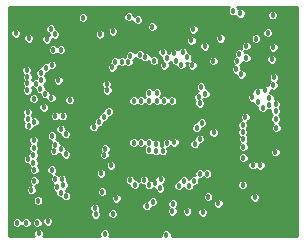
<source format=gbr>
G04 #@! TF.GenerationSoftware,KiCad,Pcbnew,5.0.2+dfsg1-1~bpo9+1*
G04 #@! TF.CreationDate,2019-10-23T11:11:52+02:00*
G04 #@! TF.ProjectId,zglue-dragon-adapter,7a676c75-652d-4647-9261-676f6e2d6164,rev?*
G04 #@! TF.SameCoordinates,Original*
G04 #@! TF.FileFunction,Copper,L2,Inr*
G04 #@! TF.FilePolarity,Positive*
%FSLAX46Y46*%
G04 Gerber Fmt 4.6, Leading zero omitted, Abs format (unit mm)*
G04 Created by KiCad (PCBNEW 5.0.2+dfsg1-1~bpo9+1) date Wed 23 Oct 2019 11:11:52 AM CEST*
%MOMM*%
%LPD*%
G01*
G04 APERTURE LIST*
G04 #@! TA.AperFunction,ViaPad*
%ADD10C,0.457000*%
G04 #@! TD*
G04 #@! TA.AperFunction,Conductor*
%ADD11C,0.254000*%
G04 #@! TD*
G04 APERTURE END LIST*
D10*
G04 #@! TO.N,GND*
X12510000Y-9030000D03*
X12510000Y-10830000D03*
X13760000Y-10830000D03*
X11260000Y-10830000D03*
X11260000Y-9030000D03*
X13760000Y-9030000D03*
X13760000Y-9930000D03*
X11260000Y-9930000D03*
X12510000Y-9930000D03*
X19000000Y-2520000D03*
X13150000Y-1820000D03*
X14150000Y-1820000D03*
X11650000Y-1820000D03*
X1920000Y-10860000D03*
X7710000Y-13160000D03*
X5680000Y-12820000D03*
X19440000Y-9750000D03*
X7660000Y-5490000D03*
X17140000Y-5350000D03*
X22610000Y-7470000D03*
X22220000Y-13630000D03*
X22540000Y-14740000D03*
X19525000Y-8295000D03*
X5325000Y-3920000D03*
X7530000Y-2270000D03*
X20020000Y-15980000D03*
X3302842Y-8227962D03*
X1892225Y-8096490D03*
X20230000Y-8250000D03*
X8630000Y-2110000D03*
X9640000Y-2150000D03*
X16796500Y-17027001D03*
X21630000Y-14380000D03*
X5190000Y-5400000D03*
X12760000Y-19620001D03*
X8727692Y-13206674D03*
X16310000Y-9226500D03*
X4480000Y-7982216D03*
X3983498Y-10593498D03*
X8397353Y-17377353D03*
X9523510Y-14760000D03*
X8300000Y-13790000D03*
G04 #@! TO.N,/CSI_D2_IN_P*
X10555500Y-14919442D03*
X4246500Y-9500000D03*
G04 #@! TO.N,/CSI_D2_IN_N*
X10974607Y-15334607D03*
X4853500Y-9500000D03*
G04 #@! TO.N,/CSI_D3_IN_N*
X11745393Y-14925393D03*
X5114607Y-11034607D03*
G04 #@! TO.N,/CSI_D4_IN_N*
X5114607Y-12734607D03*
X12685393Y-15205393D03*
G04 #@! TO.N,/CSI_D4_IN_P*
X4685393Y-12305393D03*
X13114607Y-15634607D03*
G04 #@! TO.N,/CSI_D4_OUT_N*
X15124607Y-14985393D03*
X17090000Y-14380000D03*
G04 #@! TO.N,/CSI_D3_OUT_N*
X15984607Y-14985393D03*
X20120000Y-10873500D03*
G04 #@! TO.N,/3V3_SYS*
X8950000Y-13690000D03*
X9078521Y-5371269D03*
X20140000Y-11450000D03*
X3600000Y-18430000D03*
X9120000Y-2320000D03*
X7644993Y-17811501D03*
X20166480Y-13022063D03*
G04 #@! TO.N,/CSI_D3_IN_P*
X12174607Y-15354607D03*
X4685393Y-10605393D03*
G04 #@! TO.N,/2V5*
X14190000Y-16930000D03*
X4500000Y-6490000D03*
X990000Y-18540000D03*
X2583500Y-6770000D03*
G04 #@! TO.N,/1V8*
X18040000Y-16906922D03*
X11980000Y-17120000D03*
G04 #@! TO.N,/CSI_D4_OUT_P*
X14695393Y-15414607D03*
X16460000Y-14380000D03*
G04 #@! TO.N,/CSI_D3_OUT_P*
X15555393Y-15414607D03*
X20120000Y-10266500D03*
G04 #@! TO.N,/1V2*
X13170000Y-14860000D03*
X12493112Y-16763112D03*
G04 #@! TO.N,/LED3_ISINK*
X13343438Y-12476562D03*
X16710000Y-17660000D03*
X1980000Y-10310000D03*
G04 #@! TO.N,/LED1_ISINK*
X12170000Y-12390000D03*
X14150000Y-17570000D03*
X1892445Y-9190000D03*
G04 #@! TO.N,Net-(U1-PadM3)*
X11500000Y-11750000D03*
G04 #@! TO.N,/TMS*
X12770000Y-11870000D03*
X1856490Y-6184810D03*
G04 #@! TO.N,/VSENSE*
X12160000Y-11750000D03*
G04 #@! TO.N,/1V8_SYS*
X2390000Y-13480000D03*
X20090000Y-15340000D03*
G04 #@! TO.N,/LED2_ISINK*
X12756275Y-12476215D03*
X15400000Y-17570000D03*
X1900000Y-9750000D03*
G04 #@! TO.N,/EXTCLK_EN*
X10868367Y-11750000D03*
X7583257Y-17283083D03*
G04 #@! TO.N,/TDO*
X13690000Y-11780000D03*
X1814989Y-5628390D03*
G04 #@! TO.N,/3V3*
X8483978Y-12263510D03*
X21130000Y-16390000D03*
X2720000Y-18541491D03*
X2840000Y-19448500D03*
X8200000Y-15920000D03*
G04 #@! TO.N,/TDI*
X3390000Y-7650000D03*
X17177472Y-16347472D03*
G04 #@! TO.N,/PC_RDY*
X8387700Y-12786738D03*
X5150000Y-16280000D03*
G04 #@! TO.N,/TCK*
X20160000Y-12110000D03*
X1856490Y-6720000D03*
G04 #@! TO.N,/CSI_D2_OUT_N*
X16045393Y-11874607D03*
X21790000Y-8790000D03*
G04 #@! TO.N,/EXT_CLK*
X4410000Y-15540000D03*
X8110000Y-14340000D03*
G04 #@! TO.N,/I2C_0_SCL*
X14321498Y-11730000D03*
X4232064Y-11938786D03*
G04 #@! TO.N,/CSI_D2_OUT_P*
X16474607Y-11445393D03*
X21420000Y-8300000D03*
G04 #@! TO.N,/PWR_BTN*
X2451479Y-9990000D03*
G04 #@! TO.N,/I2C_0_SDA*
X17653618Y-10900000D03*
X2400000Y-11570000D03*
X4137647Y-12462353D03*
G04 #@! TO.N,/CSI_D1_IN_N*
X7505393Y-10444607D03*
X3000000Y-5850000D03*
G04 #@! TO.N,/CSI_D1_OUT_N*
X16195393Y-10504607D03*
X20930000Y-7920000D03*
G04 #@! TO.N,/CSI_D1_IN_P*
X7934607Y-10015393D03*
X3420000Y-5420000D03*
G04 #@! TO.N,/CSI_CLK_IN_P*
X8764607Y-9125393D03*
X4710000Y-3890000D03*
G04 #@! TO.N,/CSI_CLK_IN_N*
X8335393Y-9554607D03*
X4080000Y-3890000D03*
G04 #@! TO.N,/CSI_CLK_OUT_N*
X19974607Y-5974607D03*
X16376444Y-7882942D03*
G04 #@! TO.N,/CTRL_SO*
X22354377Y-8565698D03*
X2451479Y-14980000D03*
G04 #@! TO.N,/CTRL_SI*
X20320000Y-9580000D03*
X2451479Y-14040000D03*
G04 #@! TO.N,/CSI_OE*
X16570000Y-7020000D03*
X19830000Y-4220000D03*
G04 #@! TO.N,/CTRL_SCK*
X21590000Y-13680000D03*
X2970000Y-7220000D03*
X2210030Y-15769970D03*
X5458807Y-8151381D03*
G04 #@! TO.N,/CSI_CLK_OUT_P*
X16460000Y-8423500D03*
X19545393Y-5545393D03*
G04 #@! TO.N,/1V2_SYS_A*
X3963500Y-11160000D03*
X9094875Y-17769671D03*
X9410000Y-16481500D03*
X3273029Y-8779529D03*
G04 #@! TO.N,Net-(U1-PadD8)*
X14125000Y-8205000D03*
G04 #@! TO.N,/ULPM_WAKE*
X10875000Y-8220000D03*
X3500000Y-3020000D03*
G04 #@! TO.N,/PIO3*
X15850000Y-5210000D03*
X3850000Y-2120000D03*
G04 #@! TO.N,/2V5_SYS*
X3900000Y-7970000D03*
X3950000Y-14050000D03*
G04 #@! TO.N,/CSI_CLK_FP_N*
X16942947Y-7626529D03*
X17610000Y-4840000D03*
G04 #@! TO.N,/CSI_CLK_FP_P*
X8630000Y-7340000D03*
X16901453Y-3592653D03*
X8020000Y-2586500D03*
G04 #@! TO.N,/CSI_INT*
X13475000Y-8200000D03*
X2000000Y-2920000D03*
X3040000Y-6460000D03*
X15930000Y-2160000D03*
G04 #@! TO.N,/CTRL_OUT*
X11870000Y-4510000D03*
G04 #@! TO.N,/USB_D_N*
X13480000Y-5220000D03*
X4795075Y-14828425D03*
G04 #@! TO.N,/USB_D_P*
X13680000Y-4610000D03*
X4238075Y-14828425D03*
G04 #@! TO.N,/DBG_TX*
X15020000Y-4090000D03*
X1856490Y-7319481D03*
G04 #@! TO.N,/PROC_SCK*
X12175000Y-7525000D03*
X19650000Y-4820000D03*
X18225000Y-2922479D03*
G04 #@! TO.N,/MIPI_SEL*
X12850000Y-8225000D03*
X10460000Y-1100000D03*
G04 #@! TO.N,/PROC_SI*
X12825000Y-7525000D03*
X20400000Y-3570000D03*
G04 #@! TO.N,/PROC_OUT_0*
X10412988Y-4893263D03*
G04 #@! TO.N,/PROC_OUT_1*
X9870000Y-4910000D03*
G04 #@! TO.N,/I2C_1_SDA*
X14896480Y-5153657D03*
X2390000Y-12800000D03*
G04 #@! TO.N,/PROC_OUT_2*
X9330000Y-4890000D03*
G04 #@! TO.N,/USB_DET*
X11377176Y-4309597D03*
X2780000Y-16660000D03*
G04 #@! TO.N,/CTRL_SS*
X8599687Y-6808853D03*
X20960000Y-13660000D03*
X3926500Y-5180000D03*
G04 #@! TO.N,/PIO1*
X11475000Y-8215000D03*
X4200000Y-2591490D03*
G04 #@! TO.N,/CTRL_RST*
X12175000Y-8210000D03*
X19920000Y-800000D03*
G04 #@! TO.N,/I2C_1_SCL*
X15400000Y-4520000D03*
X2400000Y-12190000D03*
X15762245Y-3108520D03*
G04 #@! TO.N,/1V2_SYS_B*
X8410000Y-19468500D03*
X12460000Y-1950000D03*
X13650000Y-19560000D03*
G04 #@! TO.N,/DONE*
X14460334Y-4827751D03*
X22870000Y-12560000D03*
X21225037Y-2944963D03*
G04 #@! TO.N,/DBG_RX*
X14310000Y-4210000D03*
X2420820Y-8034694D03*
G04 #@! TO.N,/PIO2*
X10600000Y-4390000D03*
X6580000Y-1170000D03*
G04 #@! TO.N,/PROC_SS*
X13340000Y-4100000D03*
X22025000Y-7320000D03*
G04 #@! TO.N,/PROC_RST*
X11220000Y-1360000D03*
X19290000Y-620000D03*
G04 #@! TO.N,/PROC_SO*
X12596490Y-4820000D03*
X20400000Y-4570000D03*
G04 #@! TO.N,/VUSB*
X4906397Y-15348649D03*
X4707640Y-15980949D03*
G04 #@! TO.N,/1V2_SYS*
X1920000Y-13150000D03*
X880000Y-2500000D03*
X1780000Y-18541490D03*
G04 #@! TO.N,/CSI_D1_OUT_P*
X16624607Y-10075393D03*
X21380000Y-7470000D03*
G04 #@! TO.N,/E_PROC_RST*
X22630000Y-960000D03*
G04 #@! TO.N,/E_PROC_SI*
X22710000Y-3690000D03*
G04 #@! TO.N,/E_PROC_SO*
X22560000Y-4690000D03*
G04 #@! TO.N,/E_PROC_SCK*
X22750000Y-6240000D03*
G04 #@! TO.N,/E_PROC_SS*
X22700000Y-6910000D03*
G04 #@! TO.N,/CTRL_RST_FLASH_SOC_CS*
X22220000Y-2440000D03*
X22350000Y-7980000D03*
G04 #@! TO.N,/E_CTRL_SI*
X22920000Y-8500000D03*
G04 #@! TO.N,/E_CTRL_SO*
X22900000Y-9110000D03*
G04 #@! TO.N,/E_CTRL_SCK*
X22890000Y-9770000D03*
G04 #@! TO.N,/E_CTRL_SS*
X22963510Y-10490000D03*
G04 #@! TD*
D11*
G04 #@! TO.N,GND*
G36*
X18903846Y-361980D02*
X18834500Y-529395D01*
X18834500Y-710605D01*
X18903846Y-878020D01*
X19031980Y-1006154D01*
X19199395Y-1075500D01*
X19380605Y-1075500D01*
X19517584Y-1018761D01*
X19533846Y-1058020D01*
X19661980Y-1186154D01*
X19829395Y-1255500D01*
X20010605Y-1255500D01*
X20178020Y-1186154D01*
X20306154Y-1058020D01*
X20375500Y-890605D01*
X20375500Y-869395D01*
X22174500Y-869395D01*
X22174500Y-1050605D01*
X22243846Y-1218020D01*
X22371980Y-1346154D01*
X22539395Y-1415500D01*
X22720605Y-1415500D01*
X22888020Y-1346154D01*
X23016154Y-1218020D01*
X23085500Y-1050605D01*
X23085500Y-869395D01*
X23016154Y-701980D01*
X22888020Y-573846D01*
X22720605Y-504500D01*
X22539395Y-504500D01*
X22371980Y-573846D01*
X22243846Y-701980D01*
X22174500Y-869395D01*
X20375500Y-869395D01*
X20375500Y-709395D01*
X20306154Y-541980D01*
X20178020Y-413846D01*
X20010605Y-344500D01*
X19829395Y-344500D01*
X19692416Y-401239D01*
X19676154Y-361980D01*
X19616174Y-302000D01*
X24698001Y-302000D01*
X24698000Y-19698000D01*
X14085868Y-19698000D01*
X14105500Y-19650605D01*
X14105500Y-19469395D01*
X14036154Y-19301980D01*
X13908020Y-19173846D01*
X13740605Y-19104500D01*
X13559395Y-19104500D01*
X13391980Y-19173846D01*
X13263846Y-19301980D01*
X13194500Y-19469395D01*
X13194500Y-19650605D01*
X13214132Y-19698000D01*
X8807967Y-19698000D01*
X8865500Y-19559105D01*
X8865500Y-19377895D01*
X8796154Y-19210480D01*
X8668020Y-19082346D01*
X8500605Y-19013000D01*
X8319395Y-19013000D01*
X8151980Y-19082346D01*
X8023846Y-19210480D01*
X7954500Y-19377895D01*
X7954500Y-19559105D01*
X8012033Y-19698000D01*
X3229683Y-19698000D01*
X3295500Y-19539105D01*
X3295500Y-19357895D01*
X3226154Y-19190480D01*
X3098020Y-19062346D01*
X2930605Y-18993000D01*
X2820240Y-18993000D01*
X2978020Y-18927645D01*
X3106154Y-18799511D01*
X3175500Y-18632096D01*
X3175500Y-18595445D01*
X3213846Y-18688020D01*
X3341980Y-18816154D01*
X3509395Y-18885500D01*
X3690605Y-18885500D01*
X3858020Y-18816154D01*
X3986154Y-18688020D01*
X4055500Y-18520605D01*
X4055500Y-18339395D01*
X3986154Y-18171980D01*
X3858020Y-18043846D01*
X3690605Y-17974500D01*
X3509395Y-17974500D01*
X3341980Y-18043846D01*
X3213846Y-18171980D01*
X3144500Y-18339395D01*
X3144500Y-18376046D01*
X3106154Y-18283471D01*
X2978020Y-18155337D01*
X2810605Y-18085991D01*
X2629395Y-18085991D01*
X2461980Y-18155337D01*
X2333846Y-18283471D01*
X2264500Y-18450886D01*
X2264500Y-18632096D01*
X2333846Y-18799511D01*
X2461980Y-18927645D01*
X2629395Y-18996991D01*
X2739760Y-18996991D01*
X2581980Y-19062346D01*
X2453846Y-19190480D01*
X2384500Y-19357895D01*
X2384500Y-19539105D01*
X2450317Y-19698000D01*
X302000Y-19698000D01*
X302000Y-18449395D01*
X534500Y-18449395D01*
X534500Y-18630605D01*
X603846Y-18798020D01*
X731980Y-18926154D01*
X899395Y-18995500D01*
X1080605Y-18995500D01*
X1248020Y-18926154D01*
X1376154Y-18798020D01*
X1384691Y-18777409D01*
X1393846Y-18799510D01*
X1521980Y-18927644D01*
X1689395Y-18996990D01*
X1870605Y-18996990D01*
X2038020Y-18927644D01*
X2166154Y-18799510D01*
X2235500Y-18632095D01*
X2235500Y-18450885D01*
X2166154Y-18283470D01*
X2038020Y-18155336D01*
X1870605Y-18085990D01*
X1689395Y-18085990D01*
X1521980Y-18155336D01*
X1393846Y-18283470D01*
X1385309Y-18304081D01*
X1376154Y-18281980D01*
X1248020Y-18153846D01*
X1080605Y-18084500D01*
X899395Y-18084500D01*
X731980Y-18153846D01*
X603846Y-18281980D01*
X534500Y-18449395D01*
X302000Y-18449395D01*
X302000Y-17192478D01*
X7127757Y-17192478D01*
X7127757Y-17373688D01*
X7197103Y-17541103D01*
X7244382Y-17588382D01*
X7189493Y-17720896D01*
X7189493Y-17902106D01*
X7258839Y-18069521D01*
X7386973Y-18197655D01*
X7554388Y-18267001D01*
X7735598Y-18267001D01*
X7903013Y-18197655D01*
X8031147Y-18069521D01*
X8100493Y-17902106D01*
X8100493Y-17720896D01*
X8083167Y-17679066D01*
X8639375Y-17679066D01*
X8639375Y-17860276D01*
X8708721Y-18027691D01*
X8836855Y-18155825D01*
X9004270Y-18225171D01*
X9185480Y-18225171D01*
X9352895Y-18155825D01*
X9481029Y-18027691D01*
X9550375Y-17860276D01*
X9550375Y-17679066D01*
X9481029Y-17511651D01*
X9352895Y-17383517D01*
X9185480Y-17314171D01*
X9004270Y-17314171D01*
X8836855Y-17383517D01*
X8708721Y-17511651D01*
X8639375Y-17679066D01*
X8083167Y-17679066D01*
X8031147Y-17553481D01*
X7983868Y-17506202D01*
X8038757Y-17373688D01*
X8038757Y-17192478D01*
X7971206Y-17029395D01*
X11524500Y-17029395D01*
X11524500Y-17210605D01*
X11593846Y-17378020D01*
X11721980Y-17506154D01*
X11889395Y-17575500D01*
X12070605Y-17575500D01*
X12238020Y-17506154D01*
X12264779Y-17479395D01*
X13694500Y-17479395D01*
X13694500Y-17660605D01*
X13763846Y-17828020D01*
X13891980Y-17956154D01*
X14059395Y-18025500D01*
X14240605Y-18025500D01*
X14408020Y-17956154D01*
X14536154Y-17828020D01*
X14605500Y-17660605D01*
X14605500Y-17479395D01*
X14944500Y-17479395D01*
X14944500Y-17660605D01*
X15013846Y-17828020D01*
X15141980Y-17956154D01*
X15309395Y-18025500D01*
X15490605Y-18025500D01*
X15658020Y-17956154D01*
X15786154Y-17828020D01*
X15855500Y-17660605D01*
X15855500Y-17569395D01*
X16254500Y-17569395D01*
X16254500Y-17750605D01*
X16323846Y-17918020D01*
X16451980Y-18046154D01*
X16619395Y-18115500D01*
X16800605Y-18115500D01*
X16968020Y-18046154D01*
X17096154Y-17918020D01*
X17165500Y-17750605D01*
X17165500Y-17569395D01*
X17096154Y-17401980D01*
X16968020Y-17273846D01*
X16800605Y-17204500D01*
X16619395Y-17204500D01*
X16451980Y-17273846D01*
X16323846Y-17401980D01*
X16254500Y-17569395D01*
X15855500Y-17569395D01*
X15855500Y-17479395D01*
X15786154Y-17311980D01*
X15658020Y-17183846D01*
X15490605Y-17114500D01*
X15309395Y-17114500D01*
X15141980Y-17183846D01*
X15013846Y-17311980D01*
X14944500Y-17479395D01*
X14605500Y-17479395D01*
X14536154Y-17311980D01*
X14494174Y-17270000D01*
X14576154Y-17188020D01*
X14645500Y-17020605D01*
X14645500Y-16839395D01*
X14635941Y-16816317D01*
X17584500Y-16816317D01*
X17584500Y-16997527D01*
X17653846Y-17164942D01*
X17781980Y-17293076D01*
X17949395Y-17362422D01*
X18130605Y-17362422D01*
X18298020Y-17293076D01*
X18426154Y-17164942D01*
X18495500Y-16997527D01*
X18495500Y-16816317D01*
X18426154Y-16648902D01*
X18298020Y-16520768D01*
X18130605Y-16451422D01*
X17949395Y-16451422D01*
X17781980Y-16520768D01*
X17653846Y-16648902D01*
X17584500Y-16816317D01*
X14635941Y-16816317D01*
X14576154Y-16671980D01*
X14448020Y-16543846D01*
X14280605Y-16474500D01*
X14099395Y-16474500D01*
X13931980Y-16543846D01*
X13803846Y-16671980D01*
X13734500Y-16839395D01*
X13734500Y-17020605D01*
X13803846Y-17188020D01*
X13845826Y-17230000D01*
X13763846Y-17311980D01*
X13694500Y-17479395D01*
X12264779Y-17479395D01*
X12366154Y-17378020D01*
X12432183Y-17218612D01*
X12583717Y-17218612D01*
X12751132Y-17149266D01*
X12879266Y-17021132D01*
X12948612Y-16853717D01*
X12948612Y-16672507D01*
X12879266Y-16505092D01*
X12751132Y-16376958D01*
X12583717Y-16307612D01*
X12402507Y-16307612D01*
X12235092Y-16376958D01*
X12106958Y-16505092D01*
X12040929Y-16664500D01*
X11889395Y-16664500D01*
X11721980Y-16733846D01*
X11593846Y-16861980D01*
X11524500Y-17029395D01*
X7971206Y-17029395D01*
X7969411Y-17025063D01*
X7841277Y-16896929D01*
X7673862Y-16827583D01*
X7492652Y-16827583D01*
X7325237Y-16896929D01*
X7197103Y-17025063D01*
X7127757Y-17192478D01*
X302000Y-17192478D01*
X302000Y-16569395D01*
X2324500Y-16569395D01*
X2324500Y-16750605D01*
X2393846Y-16918020D01*
X2521980Y-17046154D01*
X2689395Y-17115500D01*
X2870605Y-17115500D01*
X3038020Y-17046154D01*
X3166154Y-16918020D01*
X3235500Y-16750605D01*
X3235500Y-16569395D01*
X3166154Y-16401980D01*
X3038020Y-16273846D01*
X2870605Y-16204500D01*
X2689395Y-16204500D01*
X2521980Y-16273846D01*
X2393846Y-16401980D01*
X2324500Y-16569395D01*
X302000Y-16569395D01*
X302000Y-15679365D01*
X1754530Y-15679365D01*
X1754530Y-15860575D01*
X1823876Y-16027990D01*
X1952010Y-16156124D01*
X2119425Y-16225470D01*
X2300635Y-16225470D01*
X2468050Y-16156124D01*
X2596184Y-16027990D01*
X2665530Y-15860575D01*
X2665530Y-15679365D01*
X2596184Y-15511950D01*
X2519734Y-15435500D01*
X2542084Y-15435500D01*
X2709499Y-15366154D01*
X2837633Y-15238020D01*
X2906979Y-15070605D01*
X2906979Y-14889395D01*
X2837633Y-14721980D01*
X2709499Y-14593846D01*
X2542084Y-14524500D01*
X2360874Y-14524500D01*
X2193459Y-14593846D01*
X2065325Y-14721980D01*
X1995979Y-14889395D01*
X1995979Y-15070605D01*
X2065325Y-15238020D01*
X2141775Y-15314470D01*
X2119425Y-15314470D01*
X1952010Y-15383816D01*
X1823876Y-15511950D01*
X1754530Y-15679365D01*
X302000Y-15679365D01*
X302000Y-13059395D01*
X1464500Y-13059395D01*
X1464500Y-13240605D01*
X1533846Y-13408020D01*
X1661980Y-13536154D01*
X1829395Y-13605500D01*
X1948954Y-13605500D01*
X2003846Y-13738020D01*
X2060194Y-13794368D01*
X1995979Y-13949395D01*
X1995979Y-14130605D01*
X2065325Y-14298020D01*
X2193459Y-14426154D01*
X2360874Y-14495500D01*
X2542084Y-14495500D01*
X2709499Y-14426154D01*
X2837633Y-14298020D01*
X2906979Y-14130605D01*
X2906979Y-13959395D01*
X3494500Y-13959395D01*
X3494500Y-14140605D01*
X3563846Y-14308020D01*
X3691980Y-14436154D01*
X3859395Y-14505500D01*
X3916826Y-14505500D01*
X3851921Y-14570405D01*
X3782575Y-14737820D01*
X3782575Y-14919030D01*
X3851921Y-15086445D01*
X3980055Y-15214579D01*
X4058679Y-15247147D01*
X4023846Y-15281980D01*
X3954500Y-15449395D01*
X3954500Y-15630605D01*
X4023846Y-15798020D01*
X4151980Y-15926154D01*
X4252140Y-15967642D01*
X4252140Y-16071554D01*
X4321486Y-16238969D01*
X4449620Y-16367103D01*
X4617035Y-16436449D01*
X4721774Y-16436449D01*
X4763846Y-16538020D01*
X4891980Y-16666154D01*
X5059395Y-16735500D01*
X5240605Y-16735500D01*
X5408020Y-16666154D01*
X5536154Y-16538020D01*
X5597095Y-16390895D01*
X8954500Y-16390895D01*
X8954500Y-16572105D01*
X9023846Y-16739520D01*
X9151980Y-16867654D01*
X9319395Y-16937000D01*
X9500605Y-16937000D01*
X9668020Y-16867654D01*
X9796154Y-16739520D01*
X9865500Y-16572105D01*
X9865500Y-16390895D01*
X9809984Y-16256867D01*
X16721972Y-16256867D01*
X16721972Y-16438077D01*
X16791318Y-16605492D01*
X16919452Y-16733626D01*
X17086867Y-16802972D01*
X17268077Y-16802972D01*
X17435492Y-16733626D01*
X17563626Y-16605492D01*
X17632972Y-16438077D01*
X17632972Y-16299395D01*
X20674500Y-16299395D01*
X20674500Y-16480605D01*
X20743846Y-16648020D01*
X20871980Y-16776154D01*
X21039395Y-16845500D01*
X21220605Y-16845500D01*
X21388020Y-16776154D01*
X21516154Y-16648020D01*
X21585500Y-16480605D01*
X21585500Y-16299395D01*
X21516154Y-16131980D01*
X21388020Y-16003846D01*
X21220605Y-15934500D01*
X21039395Y-15934500D01*
X20871980Y-16003846D01*
X20743846Y-16131980D01*
X20674500Y-16299395D01*
X17632972Y-16299395D01*
X17632972Y-16256867D01*
X17563626Y-16089452D01*
X17435492Y-15961318D01*
X17268077Y-15891972D01*
X17086867Y-15891972D01*
X16919452Y-15961318D01*
X16791318Y-16089452D01*
X16721972Y-16256867D01*
X9809984Y-16256867D01*
X9796154Y-16223480D01*
X9668020Y-16095346D01*
X9500605Y-16026000D01*
X9319395Y-16026000D01*
X9151980Y-16095346D01*
X9023846Y-16223480D01*
X8954500Y-16390895D01*
X5597095Y-16390895D01*
X5605500Y-16370605D01*
X5605500Y-16189395D01*
X5536154Y-16021980D01*
X5408020Y-15893846D01*
X5252423Y-15829395D01*
X7744500Y-15829395D01*
X7744500Y-16010605D01*
X7813846Y-16178020D01*
X7941980Y-16306154D01*
X8109395Y-16375500D01*
X8290605Y-16375500D01*
X8458020Y-16306154D01*
X8586154Y-16178020D01*
X8655500Y-16010605D01*
X8655500Y-15829395D01*
X8586154Y-15661980D01*
X8458020Y-15533846D01*
X8290605Y-15464500D01*
X8109395Y-15464500D01*
X7941980Y-15533846D01*
X7813846Y-15661980D01*
X7744500Y-15829395D01*
X5252423Y-15829395D01*
X5240605Y-15824500D01*
X5135866Y-15824500D01*
X5108335Y-15758033D01*
X5164417Y-15734803D01*
X5292551Y-15606669D01*
X5361897Y-15439254D01*
X5361897Y-15258044D01*
X5292551Y-15090629D01*
X5212609Y-15010687D01*
X5250575Y-14919030D01*
X5250575Y-14828837D01*
X10100000Y-14828837D01*
X10100000Y-15010047D01*
X10169346Y-15177462D01*
X10297480Y-15305596D01*
X10464895Y-15374942D01*
X10519107Y-15374942D01*
X10519107Y-15425212D01*
X10588453Y-15592627D01*
X10716587Y-15720761D01*
X10884002Y-15790107D01*
X11065212Y-15790107D01*
X11232627Y-15720761D01*
X11360761Y-15592627D01*
X11430107Y-15425212D01*
X11430107Y-15254281D01*
X11487373Y-15311547D01*
X11654788Y-15380893D01*
X11719107Y-15380893D01*
X11719107Y-15445212D01*
X11788453Y-15612627D01*
X11916587Y-15740761D01*
X12084002Y-15810107D01*
X12265212Y-15810107D01*
X12432627Y-15740761D01*
X12536598Y-15636790D01*
X12594788Y-15660893D01*
X12659107Y-15660893D01*
X12659107Y-15725212D01*
X12728453Y-15892627D01*
X12856587Y-16020761D01*
X13024002Y-16090107D01*
X13205212Y-16090107D01*
X13372627Y-16020761D01*
X13500761Y-15892627D01*
X13570107Y-15725212D01*
X13570107Y-15544002D01*
X13500761Y-15376587D01*
X13448176Y-15324002D01*
X14239893Y-15324002D01*
X14239893Y-15505212D01*
X14309239Y-15672627D01*
X14437373Y-15800761D01*
X14604788Y-15870107D01*
X14785998Y-15870107D01*
X14953413Y-15800761D01*
X15081547Y-15672627D01*
X15125393Y-15566774D01*
X15169239Y-15672627D01*
X15297373Y-15800761D01*
X15464788Y-15870107D01*
X15645998Y-15870107D01*
X15813413Y-15800761D01*
X15941547Y-15672627D01*
X16010893Y-15505212D01*
X16010893Y-15440893D01*
X16075212Y-15440893D01*
X16242627Y-15371547D01*
X16364779Y-15249395D01*
X19634500Y-15249395D01*
X19634500Y-15430605D01*
X19703846Y-15598020D01*
X19831980Y-15726154D01*
X19999395Y-15795500D01*
X20180605Y-15795500D01*
X20348020Y-15726154D01*
X20476154Y-15598020D01*
X20545500Y-15430605D01*
X20545500Y-15249395D01*
X20476154Y-15081980D01*
X20348020Y-14953846D01*
X20180605Y-14884500D01*
X19999395Y-14884500D01*
X19831980Y-14953846D01*
X19703846Y-15081980D01*
X19634500Y-15249395D01*
X16364779Y-15249395D01*
X16370761Y-15243413D01*
X16440107Y-15075998D01*
X16440107Y-14894788D01*
X16415549Y-14835500D01*
X16550605Y-14835500D01*
X16718020Y-14766154D01*
X16775000Y-14709174D01*
X16831980Y-14766154D01*
X16999395Y-14835500D01*
X17180605Y-14835500D01*
X17348020Y-14766154D01*
X17476154Y-14638020D01*
X17545500Y-14470605D01*
X17545500Y-14289395D01*
X17476154Y-14121980D01*
X17348020Y-13993846D01*
X17180605Y-13924500D01*
X16999395Y-13924500D01*
X16831980Y-13993846D01*
X16775000Y-14050826D01*
X16718020Y-13993846D01*
X16550605Y-13924500D01*
X16369395Y-13924500D01*
X16201980Y-13993846D01*
X16073846Y-14121980D01*
X16004500Y-14289395D01*
X16004500Y-14470605D01*
X16029058Y-14529893D01*
X15894002Y-14529893D01*
X15726587Y-14599239D01*
X15598453Y-14727373D01*
X15554607Y-14833226D01*
X15510761Y-14727373D01*
X15382627Y-14599239D01*
X15215212Y-14529893D01*
X15034002Y-14529893D01*
X14866587Y-14599239D01*
X14738453Y-14727373D01*
X14669107Y-14894788D01*
X14669107Y-14959107D01*
X14604788Y-14959107D01*
X14437373Y-15028453D01*
X14309239Y-15156587D01*
X14239893Y-15324002D01*
X13448176Y-15324002D01*
X13387226Y-15263052D01*
X13428020Y-15246154D01*
X13556154Y-15118020D01*
X13625500Y-14950605D01*
X13625500Y-14769395D01*
X13556154Y-14601980D01*
X13428020Y-14473846D01*
X13260605Y-14404500D01*
X13079395Y-14404500D01*
X12911980Y-14473846D01*
X12783846Y-14601980D01*
X12722578Y-14749893D01*
X12594788Y-14749893D01*
X12427373Y-14819239D01*
X12323402Y-14923210D01*
X12265212Y-14899107D01*
X12200893Y-14899107D01*
X12200893Y-14834788D01*
X12131547Y-14667373D01*
X12003413Y-14539239D01*
X11835998Y-14469893D01*
X11654788Y-14469893D01*
X11487373Y-14539239D01*
X11359239Y-14667373D01*
X11289893Y-14834788D01*
X11289893Y-15005719D01*
X11232627Y-14948453D01*
X11065212Y-14879107D01*
X11011000Y-14879107D01*
X11011000Y-14828837D01*
X10941654Y-14661422D01*
X10813520Y-14533288D01*
X10646105Y-14463942D01*
X10464895Y-14463942D01*
X10297480Y-14533288D01*
X10169346Y-14661422D01*
X10100000Y-14828837D01*
X5250575Y-14828837D01*
X5250575Y-14737820D01*
X5181229Y-14570405D01*
X5053095Y-14442271D01*
X4885680Y-14372925D01*
X4704470Y-14372925D01*
X4537055Y-14442271D01*
X4516575Y-14462751D01*
X4496095Y-14442271D01*
X4328680Y-14372925D01*
X4271249Y-14372925D01*
X4336154Y-14308020D01*
X4360437Y-14249395D01*
X7654500Y-14249395D01*
X7654500Y-14430605D01*
X7723846Y-14598020D01*
X7851980Y-14726154D01*
X8019395Y-14795500D01*
X8200605Y-14795500D01*
X8368020Y-14726154D01*
X8496154Y-14598020D01*
X8565500Y-14430605D01*
X8565500Y-14249395D01*
X8496154Y-14081980D01*
X8368020Y-13953846D01*
X8200605Y-13884500D01*
X8019395Y-13884500D01*
X7851980Y-13953846D01*
X7723846Y-14081980D01*
X7654500Y-14249395D01*
X4360437Y-14249395D01*
X4405500Y-14140605D01*
X4405500Y-13959395D01*
X4336154Y-13791980D01*
X4208020Y-13663846D01*
X4052423Y-13599395D01*
X8494500Y-13599395D01*
X8494500Y-13780605D01*
X8563846Y-13948020D01*
X8691980Y-14076154D01*
X8859395Y-14145500D01*
X9040605Y-14145500D01*
X9208020Y-14076154D01*
X9336154Y-13948020D01*
X9405500Y-13780605D01*
X9405500Y-13599395D01*
X9393074Y-13569395D01*
X20504500Y-13569395D01*
X20504500Y-13750605D01*
X20573846Y-13918020D01*
X20701980Y-14046154D01*
X20869395Y-14115500D01*
X21050605Y-14115500D01*
X21218020Y-14046154D01*
X21265000Y-13999174D01*
X21331980Y-14066154D01*
X21499395Y-14135500D01*
X21680605Y-14135500D01*
X21848020Y-14066154D01*
X21976154Y-13938020D01*
X22045500Y-13770605D01*
X22045500Y-13589395D01*
X21976154Y-13421980D01*
X21848020Y-13293846D01*
X21680605Y-13224500D01*
X21499395Y-13224500D01*
X21331980Y-13293846D01*
X21285000Y-13340826D01*
X21218020Y-13273846D01*
X21050605Y-13204500D01*
X20869395Y-13204500D01*
X20701980Y-13273846D01*
X20573846Y-13401980D01*
X20504500Y-13569395D01*
X9393074Y-13569395D01*
X9336154Y-13431980D01*
X9208020Y-13303846D01*
X9040605Y-13234500D01*
X8859395Y-13234500D01*
X8691980Y-13303846D01*
X8563846Y-13431980D01*
X8494500Y-13599395D01*
X4052423Y-13599395D01*
X4040605Y-13594500D01*
X3859395Y-13594500D01*
X3691980Y-13663846D01*
X3563846Y-13791980D01*
X3494500Y-13959395D01*
X2906979Y-13959395D01*
X2906979Y-13949395D01*
X2837633Y-13781980D01*
X2781285Y-13725632D01*
X2845500Y-13570605D01*
X2845500Y-13389395D01*
X2776154Y-13221980D01*
X2694174Y-13140000D01*
X2776154Y-13058020D01*
X2845500Y-12890605D01*
X2845500Y-12709395D01*
X2776154Y-12541980D01*
X2734174Y-12500000D01*
X2786154Y-12448020D01*
X2855500Y-12280605D01*
X2855500Y-12099395D01*
X2786154Y-11931980D01*
X2734174Y-11880000D01*
X2786154Y-11828020D01*
X2855500Y-11660605D01*
X2855500Y-11479395D01*
X2786154Y-11311980D01*
X2658020Y-11183846D01*
X2490605Y-11114500D01*
X2309395Y-11114500D01*
X2141980Y-11183846D01*
X2013846Y-11311980D01*
X1944500Y-11479395D01*
X1944500Y-11660605D01*
X2013846Y-11828020D01*
X2065826Y-11880000D01*
X2013846Y-11931980D01*
X1944500Y-12099395D01*
X1944500Y-12280605D01*
X2013846Y-12448020D01*
X2055826Y-12490000D01*
X2003846Y-12541980D01*
X1940670Y-12694500D01*
X1829395Y-12694500D01*
X1661980Y-12763846D01*
X1533846Y-12891980D01*
X1464500Y-13059395D01*
X302000Y-13059395D01*
X302000Y-11069395D01*
X3508000Y-11069395D01*
X3508000Y-11250605D01*
X3577346Y-11418020D01*
X3705480Y-11546154D01*
X3872895Y-11615500D01*
X3911176Y-11615500D01*
X3845910Y-11680766D01*
X3776564Y-11848181D01*
X3776564Y-12029391D01*
X3820460Y-12135366D01*
X3751493Y-12204333D01*
X3682147Y-12371748D01*
X3682147Y-12552958D01*
X3751493Y-12720373D01*
X3879627Y-12848507D01*
X4047042Y-12917853D01*
X4228252Y-12917853D01*
X4395667Y-12848507D01*
X4515941Y-12728233D01*
X4594788Y-12760893D01*
X4659107Y-12760893D01*
X4659107Y-12825212D01*
X4728453Y-12992627D01*
X4856587Y-13120761D01*
X5024002Y-13190107D01*
X5205212Y-13190107D01*
X5372627Y-13120761D01*
X5500761Y-12992627D01*
X5570107Y-12825212D01*
X5570107Y-12696133D01*
X7932200Y-12696133D01*
X7932200Y-12877343D01*
X8001546Y-13044758D01*
X8129680Y-13172892D01*
X8297095Y-13242238D01*
X8478305Y-13242238D01*
X8645720Y-13172892D01*
X8773854Y-13044758D01*
X8843200Y-12877343D01*
X8843200Y-12696133D01*
X8799948Y-12591714D01*
X8870132Y-12521530D01*
X8939478Y-12354115D01*
X8939478Y-12172905D01*
X8870132Y-12005490D01*
X8741998Y-11877356D01*
X8574583Y-11808010D01*
X8393373Y-11808010D01*
X8225958Y-11877356D01*
X8097824Y-12005490D01*
X8028478Y-12172905D01*
X8028478Y-12354115D01*
X8071730Y-12458534D01*
X8001546Y-12528718D01*
X7932200Y-12696133D01*
X5570107Y-12696133D01*
X5570107Y-12644002D01*
X5500761Y-12476587D01*
X5372627Y-12348453D01*
X5205212Y-12279107D01*
X5140893Y-12279107D01*
X5140893Y-12214788D01*
X5071547Y-12047373D01*
X4943413Y-11919239D01*
X4775998Y-11849893D01*
X4687564Y-11849893D01*
X4687564Y-11848181D01*
X4618218Y-11680766D01*
X4596847Y-11659395D01*
X10412867Y-11659395D01*
X10412867Y-11840605D01*
X10482213Y-12008020D01*
X10610347Y-12136154D01*
X10777762Y-12205500D01*
X10958972Y-12205500D01*
X11126387Y-12136154D01*
X11184184Y-12078358D01*
X11241980Y-12136154D01*
X11409395Y-12205500D01*
X11590605Y-12205500D01*
X11758020Y-12136154D01*
X11830000Y-12064174D01*
X11840826Y-12075000D01*
X11783846Y-12131980D01*
X11714500Y-12299395D01*
X11714500Y-12480605D01*
X11783846Y-12648020D01*
X11911980Y-12776154D01*
X12079395Y-12845500D01*
X12260605Y-12845500D01*
X12416720Y-12780834D01*
X12498255Y-12862369D01*
X12665670Y-12931715D01*
X12846880Y-12931715D01*
X13014295Y-12862369D01*
X13049683Y-12826981D01*
X13085418Y-12862716D01*
X13252833Y-12932062D01*
X13434043Y-12932062D01*
X13435501Y-12931458D01*
X19710980Y-12931458D01*
X19710980Y-13112668D01*
X19780326Y-13280083D01*
X19908460Y-13408217D01*
X20075875Y-13477563D01*
X20257085Y-13477563D01*
X20424500Y-13408217D01*
X20552634Y-13280083D01*
X20621980Y-13112668D01*
X20621980Y-12931458D01*
X20552634Y-12764043D01*
X20424500Y-12635909D01*
X20257085Y-12566563D01*
X20075875Y-12566563D01*
X19908460Y-12635909D01*
X19780326Y-12764043D01*
X19710980Y-12931458D01*
X13435501Y-12931458D01*
X13601458Y-12862716D01*
X13729592Y-12734582D01*
X13798938Y-12567167D01*
X13798938Y-12385957D01*
X13736616Y-12235500D01*
X13780605Y-12235500D01*
X13948020Y-12166154D01*
X14030749Y-12083425D01*
X14063478Y-12116154D01*
X14230893Y-12185500D01*
X14412103Y-12185500D01*
X14579518Y-12116154D01*
X14707652Y-11988020D01*
X14776998Y-11820605D01*
X14776998Y-11784002D01*
X15589893Y-11784002D01*
X15589893Y-11965212D01*
X15659239Y-12132627D01*
X15787373Y-12260761D01*
X15954788Y-12330107D01*
X16135998Y-12330107D01*
X16303413Y-12260761D01*
X16431547Y-12132627D01*
X16500893Y-11965212D01*
X16500893Y-11900893D01*
X16565212Y-11900893D01*
X16732627Y-11831547D01*
X16860761Y-11703413D01*
X16930107Y-11535998D01*
X16930107Y-11354788D01*
X16860761Y-11187373D01*
X16732627Y-11059239D01*
X16565212Y-10989893D01*
X16384002Y-10989893D01*
X16216587Y-11059239D01*
X16088453Y-11187373D01*
X16019107Y-11354788D01*
X16019107Y-11419107D01*
X15954788Y-11419107D01*
X15787373Y-11488453D01*
X15659239Y-11616587D01*
X15589893Y-11784002D01*
X14776998Y-11784002D01*
X14776998Y-11639395D01*
X14707652Y-11471980D01*
X14579518Y-11343846D01*
X14412103Y-11274500D01*
X14230893Y-11274500D01*
X14063478Y-11343846D01*
X13980749Y-11426575D01*
X13948020Y-11393846D01*
X13780605Y-11324500D01*
X13599395Y-11324500D01*
X13431980Y-11393846D01*
X13303846Y-11521980D01*
X13234500Y-11689395D01*
X13234500Y-11870605D01*
X13296822Y-12021062D01*
X13252833Y-12021062D01*
X13189610Y-12047250D01*
X13225500Y-11960605D01*
X13225500Y-11779395D01*
X13156154Y-11611980D01*
X13028020Y-11483846D01*
X12860605Y-11414500D01*
X12679395Y-11414500D01*
X12530393Y-11476219D01*
X12418020Y-11363846D01*
X12250605Y-11294500D01*
X12069395Y-11294500D01*
X11901980Y-11363846D01*
X11830000Y-11435826D01*
X11758020Y-11363846D01*
X11590605Y-11294500D01*
X11409395Y-11294500D01*
X11241980Y-11363846D01*
X11184184Y-11421643D01*
X11126387Y-11363846D01*
X10958972Y-11294500D01*
X10777762Y-11294500D01*
X10610347Y-11363846D01*
X10482213Y-11491980D01*
X10412867Y-11659395D01*
X4596847Y-11659395D01*
X4490084Y-11552632D01*
X4322669Y-11483286D01*
X4284388Y-11483286D01*
X4349654Y-11418020D01*
X4419000Y-11250605D01*
X4419000Y-11069395D01*
X4358032Y-10922206D01*
X4427373Y-10991547D01*
X4594788Y-11060893D01*
X4659107Y-11060893D01*
X4659107Y-11125212D01*
X4728453Y-11292627D01*
X4856587Y-11420761D01*
X5024002Y-11490107D01*
X5205212Y-11490107D01*
X5372627Y-11420761D01*
X5500761Y-11292627D01*
X5570107Y-11125212D01*
X5570107Y-10944002D01*
X5500761Y-10776587D01*
X5372627Y-10648453D01*
X5205212Y-10579107D01*
X5140893Y-10579107D01*
X5140893Y-10514788D01*
X5074293Y-10354002D01*
X7049893Y-10354002D01*
X7049893Y-10535212D01*
X7119239Y-10702627D01*
X7247373Y-10830761D01*
X7414788Y-10900107D01*
X7595998Y-10900107D01*
X7763413Y-10830761D01*
X7891547Y-10702627D01*
X7960893Y-10535212D01*
X7960893Y-10470893D01*
X8025212Y-10470893D01*
X8162558Y-10414002D01*
X15739893Y-10414002D01*
X15739893Y-10595212D01*
X15809239Y-10762627D01*
X15937373Y-10890761D01*
X16104788Y-10960107D01*
X16285998Y-10960107D01*
X16453413Y-10890761D01*
X16534779Y-10809395D01*
X17198118Y-10809395D01*
X17198118Y-10990605D01*
X17267464Y-11158020D01*
X17395598Y-11286154D01*
X17563013Y-11355500D01*
X17744223Y-11355500D01*
X17911638Y-11286154D01*
X18039772Y-11158020D01*
X18109118Y-10990605D01*
X18109118Y-10809395D01*
X18039772Y-10641980D01*
X17911638Y-10513846D01*
X17744223Y-10444500D01*
X17563013Y-10444500D01*
X17395598Y-10513846D01*
X17267464Y-10641980D01*
X17198118Y-10809395D01*
X16534779Y-10809395D01*
X16581547Y-10762627D01*
X16650893Y-10595212D01*
X16650893Y-10530893D01*
X16715212Y-10530893D01*
X16882627Y-10461547D01*
X17010761Y-10333413D01*
X17076007Y-10175895D01*
X19664500Y-10175895D01*
X19664500Y-10357105D01*
X19733846Y-10524520D01*
X19779326Y-10570000D01*
X19733846Y-10615480D01*
X19664500Y-10782895D01*
X19664500Y-10964105D01*
X19733846Y-11131520D01*
X19774076Y-11171750D01*
X19753846Y-11191980D01*
X19684500Y-11359395D01*
X19684500Y-11540605D01*
X19753846Y-11708020D01*
X19835826Y-11790000D01*
X19773846Y-11851980D01*
X19704500Y-12019395D01*
X19704500Y-12200605D01*
X19773846Y-12368020D01*
X19901980Y-12496154D01*
X20069395Y-12565500D01*
X20250605Y-12565500D01*
X20418020Y-12496154D01*
X20444779Y-12469395D01*
X22414500Y-12469395D01*
X22414500Y-12650605D01*
X22483846Y-12818020D01*
X22611980Y-12946154D01*
X22779395Y-13015500D01*
X22960605Y-13015500D01*
X23128020Y-12946154D01*
X23256154Y-12818020D01*
X23325500Y-12650605D01*
X23325500Y-12469395D01*
X23256154Y-12301980D01*
X23128020Y-12173846D01*
X22960605Y-12104500D01*
X22779395Y-12104500D01*
X22611980Y-12173846D01*
X22483846Y-12301980D01*
X22414500Y-12469395D01*
X20444779Y-12469395D01*
X20546154Y-12368020D01*
X20615500Y-12200605D01*
X20615500Y-12019395D01*
X20546154Y-11851980D01*
X20464174Y-11770000D01*
X20526154Y-11708020D01*
X20595500Y-11540605D01*
X20595500Y-11359395D01*
X20526154Y-11191980D01*
X20485924Y-11151750D01*
X20506154Y-11131520D01*
X20575500Y-10964105D01*
X20575500Y-10782895D01*
X20506154Y-10615480D01*
X20460674Y-10570000D01*
X20506154Y-10524520D01*
X20575500Y-10357105D01*
X20575500Y-10175895D01*
X20506154Y-10008480D01*
X20497274Y-9999600D01*
X20578020Y-9966154D01*
X20706154Y-9838020D01*
X20775500Y-9670605D01*
X20775500Y-9489395D01*
X20706154Y-9321980D01*
X20578020Y-9193846D01*
X20410605Y-9124500D01*
X20229395Y-9124500D01*
X20061980Y-9193846D01*
X19933846Y-9321980D01*
X19864500Y-9489395D01*
X19864500Y-9670605D01*
X19933846Y-9838020D01*
X19942726Y-9846900D01*
X19861980Y-9880346D01*
X19733846Y-10008480D01*
X19664500Y-10175895D01*
X17076007Y-10175895D01*
X17080107Y-10165998D01*
X17080107Y-9984788D01*
X17010761Y-9817373D01*
X16882627Y-9689239D01*
X16715212Y-9619893D01*
X16534002Y-9619893D01*
X16366587Y-9689239D01*
X16238453Y-9817373D01*
X16169107Y-9984788D01*
X16169107Y-10049107D01*
X16104788Y-10049107D01*
X15937373Y-10118453D01*
X15809239Y-10246587D01*
X15739893Y-10414002D01*
X8162558Y-10414002D01*
X8192627Y-10401547D01*
X8320761Y-10273413D01*
X8390107Y-10105998D01*
X8390107Y-10010107D01*
X8425998Y-10010107D01*
X8593413Y-9940761D01*
X8721547Y-9812627D01*
X8790893Y-9645212D01*
X8790893Y-9580893D01*
X8855212Y-9580893D01*
X9022627Y-9511547D01*
X9150761Y-9383413D01*
X9220107Y-9215998D01*
X9220107Y-9034788D01*
X9150761Y-8867373D01*
X9022627Y-8739239D01*
X8855212Y-8669893D01*
X8674002Y-8669893D01*
X8506587Y-8739239D01*
X8378453Y-8867373D01*
X8309107Y-9034788D01*
X8309107Y-9099107D01*
X8244788Y-9099107D01*
X8077373Y-9168453D01*
X7949239Y-9296587D01*
X7879893Y-9464002D01*
X7879893Y-9559893D01*
X7844002Y-9559893D01*
X7676587Y-9629239D01*
X7548453Y-9757373D01*
X7479107Y-9924788D01*
X7479107Y-9989107D01*
X7414788Y-9989107D01*
X7247373Y-10058453D01*
X7119239Y-10186587D01*
X7049893Y-10354002D01*
X5074293Y-10354002D01*
X5071547Y-10347373D01*
X4943413Y-10219239D01*
X4775998Y-10149893D01*
X4594788Y-10149893D01*
X4427373Y-10219239D01*
X4299239Y-10347373D01*
X4229893Y-10514788D01*
X4229893Y-10695998D01*
X4290861Y-10843187D01*
X4221520Y-10773846D01*
X4054105Y-10704500D01*
X3872895Y-10704500D01*
X3705480Y-10773846D01*
X3577346Y-10901980D01*
X3508000Y-11069395D01*
X302000Y-11069395D01*
X302000Y-9099395D01*
X1436945Y-9099395D01*
X1436945Y-9280605D01*
X1506291Y-9448020D01*
X1532049Y-9473778D01*
X1513846Y-9491980D01*
X1444500Y-9659395D01*
X1444500Y-9840605D01*
X1513846Y-10008020D01*
X1583290Y-10077464D01*
X1524500Y-10219395D01*
X1524500Y-10400605D01*
X1593846Y-10568020D01*
X1721980Y-10696154D01*
X1889395Y-10765500D01*
X2070605Y-10765500D01*
X2238020Y-10696154D01*
X2366154Y-10568020D01*
X2416904Y-10445500D01*
X2542084Y-10445500D01*
X2709499Y-10376154D01*
X2837633Y-10248020D01*
X2906979Y-10080605D01*
X2906979Y-9899395D01*
X2837633Y-9731980D01*
X2709499Y-9603846D01*
X2542084Y-9534500D01*
X2360874Y-9534500D01*
X2312130Y-9554691D01*
X2286154Y-9491980D01*
X2260397Y-9466223D01*
X2278599Y-9448020D01*
X2294598Y-9409395D01*
X3791000Y-9409395D01*
X3791000Y-9590605D01*
X3860346Y-9758020D01*
X3988480Y-9886154D01*
X4155895Y-9955500D01*
X4337105Y-9955500D01*
X4504520Y-9886154D01*
X4550000Y-9840674D01*
X4595480Y-9886154D01*
X4762895Y-9955500D01*
X4944105Y-9955500D01*
X5111520Y-9886154D01*
X5239654Y-9758020D01*
X5309000Y-9590605D01*
X5309000Y-9409395D01*
X5239654Y-9241980D01*
X5111520Y-9113846D01*
X4944105Y-9044500D01*
X4762895Y-9044500D01*
X4595480Y-9113846D01*
X4550000Y-9159326D01*
X4504520Y-9113846D01*
X4337105Y-9044500D01*
X4155895Y-9044500D01*
X3988480Y-9113846D01*
X3860346Y-9241980D01*
X3791000Y-9409395D01*
X2294598Y-9409395D01*
X2347945Y-9280605D01*
X2347945Y-9099395D01*
X2278599Y-8931980D01*
X2150465Y-8803846D01*
X1983050Y-8734500D01*
X1801840Y-8734500D01*
X1634425Y-8803846D01*
X1506291Y-8931980D01*
X1436945Y-9099395D01*
X302000Y-9099395D01*
X302000Y-8688924D01*
X2817529Y-8688924D01*
X2817529Y-8870134D01*
X2886875Y-9037549D01*
X3015009Y-9165683D01*
X3182424Y-9235029D01*
X3363634Y-9235029D01*
X3531049Y-9165683D01*
X3659183Y-9037549D01*
X3728529Y-8870134D01*
X3728529Y-8688924D01*
X3659183Y-8521509D01*
X3531049Y-8393375D01*
X3363634Y-8324029D01*
X3182424Y-8324029D01*
X3015009Y-8393375D01*
X2886875Y-8521509D01*
X2817529Y-8688924D01*
X302000Y-8688924D01*
X302000Y-5537785D01*
X1359489Y-5537785D01*
X1359489Y-5718995D01*
X1428835Y-5886410D01*
X1470008Y-5927583D01*
X1400990Y-6094205D01*
X1400990Y-6275415D01*
X1470336Y-6442830D01*
X1479911Y-6452405D01*
X1470336Y-6461980D01*
X1400990Y-6629395D01*
X1400990Y-6810605D01*
X1470336Y-6978020D01*
X1512057Y-7019741D01*
X1470336Y-7061461D01*
X1400990Y-7228876D01*
X1400990Y-7410086D01*
X1470336Y-7577501D01*
X1598470Y-7705635D01*
X1765885Y-7774981D01*
X1947095Y-7774981D01*
X2099479Y-7711861D01*
X2034666Y-7776674D01*
X1965320Y-7944089D01*
X1965320Y-8125299D01*
X2034666Y-8292714D01*
X2162800Y-8420848D01*
X2330215Y-8490194D01*
X2511425Y-8490194D01*
X2678840Y-8420848D01*
X2806974Y-8292714D01*
X2876320Y-8125299D01*
X2876320Y-7944089D01*
X2806974Y-7776674D01*
X2678840Y-7648540D01*
X2511425Y-7579194D01*
X2330215Y-7579194D01*
X2177831Y-7642314D01*
X2242644Y-7577501D01*
X2311990Y-7410086D01*
X2311990Y-7228876D01*
X2251028Y-7081702D01*
X2325480Y-7156154D01*
X2492895Y-7225500D01*
X2514500Y-7225500D01*
X2514500Y-7310605D01*
X2583846Y-7478020D01*
X2711980Y-7606154D01*
X2879395Y-7675500D01*
X2934500Y-7675500D01*
X2934500Y-7740605D01*
X3003846Y-7908020D01*
X3131980Y-8036154D01*
X3299395Y-8105500D01*
X3463096Y-8105500D01*
X3513846Y-8228020D01*
X3641980Y-8356154D01*
X3809395Y-8425500D01*
X3990605Y-8425500D01*
X4158020Y-8356154D01*
X4286154Y-8228020D01*
X4355429Y-8060776D01*
X5003307Y-8060776D01*
X5003307Y-8241986D01*
X5072653Y-8409401D01*
X5200787Y-8537535D01*
X5368202Y-8606881D01*
X5549412Y-8606881D01*
X5716827Y-8537535D01*
X5844961Y-8409401D01*
X5914307Y-8241986D01*
X5914307Y-8129395D01*
X10419500Y-8129395D01*
X10419500Y-8310605D01*
X10488846Y-8478020D01*
X10616980Y-8606154D01*
X10784395Y-8675500D01*
X10965605Y-8675500D01*
X11133020Y-8606154D01*
X11177500Y-8561674D01*
X11216980Y-8601154D01*
X11384395Y-8670500D01*
X11565605Y-8670500D01*
X11733020Y-8601154D01*
X11827500Y-8506674D01*
X11916980Y-8596154D01*
X12084395Y-8665500D01*
X12265605Y-8665500D01*
X12433020Y-8596154D01*
X12505000Y-8524174D01*
X12591980Y-8611154D01*
X12759395Y-8680500D01*
X12940605Y-8680500D01*
X13108020Y-8611154D01*
X13175000Y-8544174D01*
X13216980Y-8586154D01*
X13384395Y-8655500D01*
X13565605Y-8655500D01*
X13733020Y-8586154D01*
X13797500Y-8521674D01*
X13866980Y-8591154D01*
X14034395Y-8660500D01*
X14215605Y-8660500D01*
X14383020Y-8591154D01*
X14511154Y-8463020D01*
X14580500Y-8295605D01*
X14580500Y-8114395D01*
X14511154Y-7946980D01*
X14383020Y-7818846D01*
X14319023Y-7792337D01*
X15920944Y-7792337D01*
X15920944Y-7973547D01*
X15990290Y-8140962D01*
X16056554Y-8207226D01*
X16004500Y-8332895D01*
X16004500Y-8514105D01*
X16073846Y-8681520D01*
X16201980Y-8809654D01*
X16369395Y-8879000D01*
X16550605Y-8879000D01*
X16718020Y-8809654D01*
X16846154Y-8681520D01*
X16915500Y-8514105D01*
X16915500Y-8332895D01*
X16846154Y-8165480D01*
X16779890Y-8099216D01*
X16796577Y-8058930D01*
X16852342Y-8082029D01*
X17033552Y-8082029D01*
X17200967Y-8012683D01*
X17329101Y-7884549D01*
X17351946Y-7829395D01*
X20474500Y-7829395D01*
X20474500Y-8010605D01*
X20543846Y-8178020D01*
X20671980Y-8306154D01*
X20839395Y-8375500D01*
X20964500Y-8375500D01*
X20964500Y-8390605D01*
X21033846Y-8558020D01*
X21161980Y-8686154D01*
X21329395Y-8755500D01*
X21334500Y-8755500D01*
X21334500Y-8880605D01*
X21403846Y-9048020D01*
X21531980Y-9176154D01*
X21699395Y-9245500D01*
X21880605Y-9245500D01*
X22048020Y-9176154D01*
X22176154Y-9048020D01*
X22198469Y-8994148D01*
X22263772Y-9021198D01*
X22444500Y-9021198D01*
X22444500Y-9200605D01*
X22513846Y-9368020D01*
X22580826Y-9435000D01*
X22503846Y-9511980D01*
X22434500Y-9679395D01*
X22434500Y-9860605D01*
X22503846Y-10028020D01*
X22631980Y-10156154D01*
X22646972Y-10162364D01*
X22577356Y-10231980D01*
X22508010Y-10399395D01*
X22508010Y-10580605D01*
X22577356Y-10748020D01*
X22705490Y-10876154D01*
X22872905Y-10945500D01*
X23054115Y-10945500D01*
X23221530Y-10876154D01*
X23349664Y-10748020D01*
X23419010Y-10580605D01*
X23419010Y-10399395D01*
X23349664Y-10231980D01*
X23221530Y-10103846D01*
X23206538Y-10097636D01*
X23276154Y-10028020D01*
X23345500Y-9860605D01*
X23345500Y-9679395D01*
X23276154Y-9511980D01*
X23209174Y-9445000D01*
X23286154Y-9368020D01*
X23355500Y-9200605D01*
X23355500Y-9019395D01*
X23286154Y-8851980D01*
X23249174Y-8815000D01*
X23306154Y-8758020D01*
X23375500Y-8590605D01*
X23375500Y-8409395D01*
X23306154Y-8241980D01*
X23178020Y-8113846D01*
X23010605Y-8044500D01*
X22829395Y-8044500D01*
X22805500Y-8054398D01*
X22805500Y-7889395D01*
X22736154Y-7721980D01*
X22608020Y-7593846D01*
X22440605Y-7524500D01*
X22433323Y-7524500D01*
X22480500Y-7410605D01*
X22480500Y-7312110D01*
X22609395Y-7365500D01*
X22790605Y-7365500D01*
X22958020Y-7296154D01*
X23086154Y-7168020D01*
X23155500Y-7000605D01*
X23155500Y-6819395D01*
X23086154Y-6651980D01*
X23034174Y-6600000D01*
X23136154Y-6498020D01*
X23205500Y-6330605D01*
X23205500Y-6149395D01*
X23136154Y-5981980D01*
X23008020Y-5853846D01*
X22840605Y-5784500D01*
X22659395Y-5784500D01*
X22491980Y-5853846D01*
X22363846Y-5981980D01*
X22294500Y-6149395D01*
X22294500Y-6330605D01*
X22363846Y-6498020D01*
X22415826Y-6550000D01*
X22313846Y-6651980D01*
X22244500Y-6819395D01*
X22244500Y-6917890D01*
X22115605Y-6864500D01*
X21934395Y-6864500D01*
X21766980Y-6933846D01*
X21638846Y-7061980D01*
X21630994Y-7080936D01*
X21470605Y-7014500D01*
X21289395Y-7014500D01*
X21121980Y-7083846D01*
X20993846Y-7211980D01*
X20924500Y-7379395D01*
X20924500Y-7464500D01*
X20839395Y-7464500D01*
X20671980Y-7533846D01*
X20543846Y-7661980D01*
X20474500Y-7829395D01*
X17351946Y-7829395D01*
X17398447Y-7717134D01*
X17398447Y-7535924D01*
X17329101Y-7368509D01*
X17200967Y-7240375D01*
X17033552Y-7171029D01*
X17000471Y-7171029D01*
X17025500Y-7110605D01*
X17025500Y-6929395D01*
X16956154Y-6761980D01*
X16828020Y-6633846D01*
X16660605Y-6564500D01*
X16479395Y-6564500D01*
X16311980Y-6633846D01*
X16183846Y-6761980D01*
X16114500Y-6929395D01*
X16114500Y-7110605D01*
X16183846Y-7278020D01*
X16311980Y-7406154D01*
X16363373Y-7427442D01*
X16285839Y-7427442D01*
X16118424Y-7496788D01*
X15990290Y-7624922D01*
X15920944Y-7792337D01*
X14319023Y-7792337D01*
X14215605Y-7749500D01*
X14034395Y-7749500D01*
X13866980Y-7818846D01*
X13802500Y-7883326D01*
X13733020Y-7813846D01*
X13565605Y-7744500D01*
X13384395Y-7744500D01*
X13216980Y-7813846D01*
X13150000Y-7880826D01*
X13131674Y-7862500D01*
X13211154Y-7783020D01*
X13280500Y-7615605D01*
X13280500Y-7434395D01*
X13211154Y-7266980D01*
X13083020Y-7138846D01*
X12915605Y-7069500D01*
X12734395Y-7069500D01*
X12566980Y-7138846D01*
X12500000Y-7205826D01*
X12433020Y-7138846D01*
X12265605Y-7069500D01*
X12084395Y-7069500D01*
X11916980Y-7138846D01*
X11788846Y-7266980D01*
X11719500Y-7434395D01*
X11719500Y-7615605D01*
X11788846Y-7783020D01*
X11873326Y-7867500D01*
X11822500Y-7918326D01*
X11733020Y-7828846D01*
X11565605Y-7759500D01*
X11384395Y-7759500D01*
X11216980Y-7828846D01*
X11172500Y-7873326D01*
X11133020Y-7833846D01*
X10965605Y-7764500D01*
X10784395Y-7764500D01*
X10616980Y-7833846D01*
X10488846Y-7961980D01*
X10419500Y-8129395D01*
X5914307Y-8129395D01*
X5914307Y-8060776D01*
X5844961Y-7893361D01*
X5716827Y-7765227D01*
X5549412Y-7695881D01*
X5368202Y-7695881D01*
X5200787Y-7765227D01*
X5072653Y-7893361D01*
X5003307Y-8060776D01*
X4355429Y-8060776D01*
X4355500Y-8060605D01*
X4355500Y-7879395D01*
X4286154Y-7711980D01*
X4158020Y-7583846D01*
X3990605Y-7514500D01*
X3826904Y-7514500D01*
X3776154Y-7391980D01*
X3648020Y-7263846D01*
X3480605Y-7194500D01*
X3425500Y-7194500D01*
X3425500Y-7129395D01*
X3356154Y-6961980D01*
X3257226Y-6863052D01*
X3298020Y-6846154D01*
X3426154Y-6718020D01*
X3495500Y-6550605D01*
X3495500Y-6399395D01*
X4044500Y-6399395D01*
X4044500Y-6580605D01*
X4113846Y-6748020D01*
X4241980Y-6876154D01*
X4409395Y-6945500D01*
X4590605Y-6945500D01*
X4758020Y-6876154D01*
X4886154Y-6748020D01*
X4898486Y-6718248D01*
X8144187Y-6718248D01*
X8144187Y-6899458D01*
X8213533Y-7066873D01*
X8239392Y-7092732D01*
X8174500Y-7249395D01*
X8174500Y-7430605D01*
X8243846Y-7598020D01*
X8371980Y-7726154D01*
X8539395Y-7795500D01*
X8720605Y-7795500D01*
X8888020Y-7726154D01*
X9016154Y-7598020D01*
X9085500Y-7430605D01*
X9085500Y-7249395D01*
X9016154Y-7081980D01*
X8990295Y-7056121D01*
X9055187Y-6899458D01*
X9055187Y-6718248D01*
X8985841Y-6550833D01*
X8857707Y-6422699D01*
X8690292Y-6353353D01*
X8509082Y-6353353D01*
X8341667Y-6422699D01*
X8213533Y-6550833D01*
X8144187Y-6718248D01*
X4898486Y-6718248D01*
X4955500Y-6580605D01*
X4955500Y-6399395D01*
X4886154Y-6231980D01*
X4758020Y-6103846D01*
X4590605Y-6034500D01*
X4409395Y-6034500D01*
X4241980Y-6103846D01*
X4113846Y-6231980D01*
X4044500Y-6399395D01*
X3495500Y-6399395D01*
X3495500Y-6369395D01*
X3426154Y-6201980D01*
X3359174Y-6135000D01*
X3386154Y-6108020D01*
X3455500Y-5940605D01*
X3455500Y-5875500D01*
X3510605Y-5875500D01*
X3678020Y-5806154D01*
X3806154Y-5678020D01*
X3825543Y-5631212D01*
X3835895Y-5635500D01*
X4017105Y-5635500D01*
X4184520Y-5566154D01*
X4312654Y-5438020D01*
X4377833Y-5280664D01*
X8623021Y-5280664D01*
X8623021Y-5461874D01*
X8692367Y-5629289D01*
X8820501Y-5757423D01*
X8987916Y-5826769D01*
X9169126Y-5826769D01*
X9336541Y-5757423D01*
X9464675Y-5629289D01*
X9534021Y-5461874D01*
X9534021Y-5298521D01*
X9588020Y-5276154D01*
X9590000Y-5274174D01*
X9611980Y-5296154D01*
X9779395Y-5365500D01*
X9960605Y-5365500D01*
X10128020Y-5296154D01*
X10149863Y-5274312D01*
X10154968Y-5279417D01*
X10322383Y-5348763D01*
X10503593Y-5348763D01*
X10671008Y-5279417D01*
X10799142Y-5151283D01*
X10868488Y-4983868D01*
X10868488Y-4802658D01*
X10857584Y-4776334D01*
X10858020Y-4776154D01*
X10986154Y-4648020D01*
X11011129Y-4587724D01*
X11119156Y-4695751D01*
X11286571Y-4765097D01*
X11467781Y-4765097D01*
X11480460Y-4759845D01*
X11483846Y-4768020D01*
X11611980Y-4896154D01*
X11779395Y-4965500D01*
X11960605Y-4965500D01*
X12128020Y-4896154D01*
X12140990Y-4883184D01*
X12140990Y-4910605D01*
X12210336Y-5078020D01*
X12338470Y-5206154D01*
X12505885Y-5275500D01*
X12687095Y-5275500D01*
X12854510Y-5206154D01*
X12982644Y-5078020D01*
X13051990Y-4910605D01*
X13051990Y-4729395D01*
X12982644Y-4561980D01*
X12854510Y-4433846D01*
X12687095Y-4364500D01*
X12505885Y-4364500D01*
X12338470Y-4433846D01*
X12325500Y-4446816D01*
X12325500Y-4419395D01*
X12256154Y-4251980D01*
X12128020Y-4123846D01*
X11960605Y-4054500D01*
X11779395Y-4054500D01*
X11766716Y-4059752D01*
X11763330Y-4051577D01*
X11721148Y-4009395D01*
X12884500Y-4009395D01*
X12884500Y-4190605D01*
X12953846Y-4358020D01*
X13081980Y-4486154D01*
X13224500Y-4545188D01*
X13224500Y-4700605D01*
X13271239Y-4813442D01*
X13221980Y-4833846D01*
X13093846Y-4961980D01*
X13024500Y-5129395D01*
X13024500Y-5310605D01*
X13093846Y-5478020D01*
X13221980Y-5606154D01*
X13389395Y-5675500D01*
X13570605Y-5675500D01*
X13738020Y-5606154D01*
X13866154Y-5478020D01*
X13935500Y-5310605D01*
X13935500Y-5129395D01*
X13888761Y-5016558D01*
X13938020Y-4996154D01*
X14008051Y-4926123D01*
X14074180Y-5085771D01*
X14202314Y-5213905D01*
X14369729Y-5283251D01*
X14457130Y-5283251D01*
X14510326Y-5411677D01*
X14638460Y-5539811D01*
X14805875Y-5609157D01*
X14987085Y-5609157D01*
X15154500Y-5539811D01*
X15282634Y-5411677D01*
X15351980Y-5244262D01*
X15351980Y-5063052D01*
X15315715Y-4975500D01*
X15454104Y-4975500D01*
X15394500Y-5119395D01*
X15394500Y-5300605D01*
X15463846Y-5468020D01*
X15591980Y-5596154D01*
X15759395Y-5665500D01*
X15940605Y-5665500D01*
X16108020Y-5596154D01*
X16236154Y-5468020D01*
X16241634Y-5454788D01*
X19089893Y-5454788D01*
X19089893Y-5635998D01*
X19159239Y-5803413D01*
X19287373Y-5931547D01*
X19454788Y-6000893D01*
X19519107Y-6000893D01*
X19519107Y-6065212D01*
X19588453Y-6232627D01*
X19716587Y-6360761D01*
X19884002Y-6430107D01*
X20065212Y-6430107D01*
X20232627Y-6360761D01*
X20360761Y-6232627D01*
X20430107Y-6065212D01*
X20430107Y-5884002D01*
X20360761Y-5716587D01*
X20232627Y-5588453D01*
X20065212Y-5519107D01*
X20000893Y-5519107D01*
X20000893Y-5454788D01*
X19931547Y-5287373D01*
X19867226Y-5223052D01*
X19908020Y-5206154D01*
X20036154Y-5078020D01*
X20102844Y-4917018D01*
X20141980Y-4956154D01*
X20309395Y-5025500D01*
X20490605Y-5025500D01*
X20658020Y-4956154D01*
X20786154Y-4828020D01*
X20855500Y-4660605D01*
X20855500Y-4599395D01*
X22104500Y-4599395D01*
X22104500Y-4780605D01*
X22173846Y-4948020D01*
X22301980Y-5076154D01*
X22469395Y-5145500D01*
X22650605Y-5145500D01*
X22818020Y-5076154D01*
X22946154Y-4948020D01*
X23015500Y-4780605D01*
X23015500Y-4599395D01*
X22946154Y-4431980D01*
X22818020Y-4303846D01*
X22650605Y-4234500D01*
X22469395Y-4234500D01*
X22301980Y-4303846D01*
X22173846Y-4431980D01*
X22104500Y-4599395D01*
X20855500Y-4599395D01*
X20855500Y-4479395D01*
X20786154Y-4311980D01*
X20658020Y-4183846D01*
X20490605Y-4114500D01*
X20309395Y-4114500D01*
X20283733Y-4125130D01*
X20228603Y-3992035D01*
X20309395Y-4025500D01*
X20490605Y-4025500D01*
X20658020Y-3956154D01*
X20786154Y-3828020D01*
X20855500Y-3660605D01*
X20855500Y-3599395D01*
X22254500Y-3599395D01*
X22254500Y-3780605D01*
X22323846Y-3948020D01*
X22451980Y-4076154D01*
X22619395Y-4145500D01*
X22800605Y-4145500D01*
X22968020Y-4076154D01*
X23096154Y-3948020D01*
X23165500Y-3780605D01*
X23165500Y-3599395D01*
X23096154Y-3431980D01*
X22968020Y-3303846D01*
X22800605Y-3234500D01*
X22619395Y-3234500D01*
X22451980Y-3303846D01*
X22323846Y-3431980D01*
X22254500Y-3599395D01*
X20855500Y-3599395D01*
X20855500Y-3479395D01*
X20786154Y-3311980D01*
X20658020Y-3183846D01*
X20490605Y-3114500D01*
X20309395Y-3114500D01*
X20141980Y-3183846D01*
X20013846Y-3311980D01*
X19944500Y-3479395D01*
X19944500Y-3660605D01*
X20001397Y-3797965D01*
X19920605Y-3764500D01*
X19739395Y-3764500D01*
X19571980Y-3833846D01*
X19443846Y-3961980D01*
X19374500Y-4129395D01*
X19374500Y-4310605D01*
X19420632Y-4421978D01*
X19391980Y-4433846D01*
X19263846Y-4561980D01*
X19194500Y-4729395D01*
X19194500Y-4910605D01*
X19263846Y-5078020D01*
X19328167Y-5142341D01*
X19287373Y-5159239D01*
X19159239Y-5287373D01*
X19089893Y-5454788D01*
X16241634Y-5454788D01*
X16305500Y-5300605D01*
X16305500Y-5119395D01*
X16236154Y-4951980D01*
X16108020Y-4823846D01*
X15940605Y-4754500D01*
X15795896Y-4754500D01*
X15798010Y-4749395D01*
X17154500Y-4749395D01*
X17154500Y-4930605D01*
X17223846Y-5098020D01*
X17351980Y-5226154D01*
X17519395Y-5295500D01*
X17700605Y-5295500D01*
X17868020Y-5226154D01*
X17996154Y-5098020D01*
X18065500Y-4930605D01*
X18065500Y-4749395D01*
X17996154Y-4581980D01*
X17868020Y-4453846D01*
X17700605Y-4384500D01*
X17519395Y-4384500D01*
X17351980Y-4453846D01*
X17223846Y-4581980D01*
X17154500Y-4749395D01*
X15798010Y-4749395D01*
X15855500Y-4610605D01*
X15855500Y-4429395D01*
X15786154Y-4261980D01*
X15658020Y-4133846D01*
X15490605Y-4064500D01*
X15475500Y-4064500D01*
X15475500Y-3999395D01*
X15406154Y-3831980D01*
X15278020Y-3703846D01*
X15110605Y-3634500D01*
X14929395Y-3634500D01*
X14761980Y-3703846D01*
X14633846Y-3831980D01*
X14616948Y-3872774D01*
X14568020Y-3823846D01*
X14400605Y-3754500D01*
X14219395Y-3754500D01*
X14051980Y-3823846D01*
X13923846Y-3951980D01*
X13854500Y-4119395D01*
X13854500Y-4189251D01*
X13795500Y-4164812D01*
X13795500Y-4009395D01*
X13726154Y-3841980D01*
X13598020Y-3713846D01*
X13430605Y-3644500D01*
X13249395Y-3644500D01*
X13081980Y-3713846D01*
X12953846Y-3841980D01*
X12884500Y-4009395D01*
X11721148Y-4009395D01*
X11635196Y-3923443D01*
X11467781Y-3854097D01*
X11286571Y-3854097D01*
X11119156Y-3923443D01*
X10991022Y-4051577D01*
X10966047Y-4111873D01*
X10858020Y-4003846D01*
X10690605Y-3934500D01*
X10509395Y-3934500D01*
X10341980Y-4003846D01*
X10213846Y-4131980D01*
X10144500Y-4299395D01*
X10144500Y-4480605D01*
X10155404Y-4506929D01*
X10154968Y-4507109D01*
X10133126Y-4528952D01*
X10128020Y-4523846D01*
X9960605Y-4454500D01*
X9779395Y-4454500D01*
X9611980Y-4523846D01*
X9610000Y-4525826D01*
X9588020Y-4503846D01*
X9420605Y-4434500D01*
X9239395Y-4434500D01*
X9071980Y-4503846D01*
X8943846Y-4631980D01*
X8874500Y-4799395D01*
X8874500Y-4962748D01*
X8820501Y-4985115D01*
X8692367Y-5113249D01*
X8623021Y-5280664D01*
X4377833Y-5280664D01*
X4382000Y-5270605D01*
X4382000Y-5089395D01*
X4312654Y-4921980D01*
X4184520Y-4793846D01*
X4017105Y-4724500D01*
X3835895Y-4724500D01*
X3668480Y-4793846D01*
X3540346Y-4921980D01*
X3520957Y-4968788D01*
X3510605Y-4964500D01*
X3329395Y-4964500D01*
X3161980Y-5033846D01*
X3033846Y-5161980D01*
X2964500Y-5329395D01*
X2964500Y-5394500D01*
X2909395Y-5394500D01*
X2741980Y-5463846D01*
X2613846Y-5591980D01*
X2544500Y-5759395D01*
X2544500Y-5940605D01*
X2613846Y-6108020D01*
X2680826Y-6175000D01*
X2653846Y-6201980D01*
X2607238Y-6314500D01*
X2492895Y-6314500D01*
X2325480Y-6383846D01*
X2244021Y-6465305D01*
X2242644Y-6461980D01*
X2233069Y-6452405D01*
X2242644Y-6442830D01*
X2311990Y-6275415D01*
X2311990Y-6094205D01*
X2242644Y-5926790D01*
X2201471Y-5885617D01*
X2270489Y-5718995D01*
X2270489Y-5537785D01*
X2201143Y-5370370D01*
X2073009Y-5242236D01*
X1905594Y-5172890D01*
X1724384Y-5172890D01*
X1556969Y-5242236D01*
X1428835Y-5370370D01*
X1359489Y-5537785D01*
X302000Y-5537785D01*
X302000Y-3799395D01*
X3624500Y-3799395D01*
X3624500Y-3980605D01*
X3693846Y-4148020D01*
X3821980Y-4276154D01*
X3989395Y-4345500D01*
X4170605Y-4345500D01*
X4338020Y-4276154D01*
X4395000Y-4219174D01*
X4451980Y-4276154D01*
X4619395Y-4345500D01*
X4800605Y-4345500D01*
X4968020Y-4276154D01*
X5096154Y-4148020D01*
X5165500Y-3980605D01*
X5165500Y-3799395D01*
X5096154Y-3631980D01*
X4968020Y-3503846D01*
X4800605Y-3434500D01*
X4619395Y-3434500D01*
X4451980Y-3503846D01*
X4395000Y-3560826D01*
X4338020Y-3503846D01*
X4170605Y-3434500D01*
X3989395Y-3434500D01*
X3821980Y-3503846D01*
X3693846Y-3631980D01*
X3624500Y-3799395D01*
X302000Y-3799395D01*
X302000Y-2409395D01*
X424500Y-2409395D01*
X424500Y-2590605D01*
X493846Y-2758020D01*
X621980Y-2886154D01*
X789395Y-2955500D01*
X970605Y-2955500D01*
X1138020Y-2886154D01*
X1194779Y-2829395D01*
X1544500Y-2829395D01*
X1544500Y-3010605D01*
X1613846Y-3178020D01*
X1741980Y-3306154D01*
X1909395Y-3375500D01*
X2090605Y-3375500D01*
X2258020Y-3306154D01*
X2386154Y-3178020D01*
X2455500Y-3010605D01*
X2455500Y-2929395D01*
X3044500Y-2929395D01*
X3044500Y-3110605D01*
X3113846Y-3278020D01*
X3241980Y-3406154D01*
X3409395Y-3475500D01*
X3590605Y-3475500D01*
X3758020Y-3406154D01*
X3886154Y-3278020D01*
X3955500Y-3110605D01*
X3955500Y-2983244D01*
X4109395Y-3046990D01*
X4290605Y-3046990D01*
X4458020Y-2977644D01*
X4586154Y-2849510D01*
X4655500Y-2682095D01*
X4655500Y-2500885D01*
X4653434Y-2495895D01*
X7564500Y-2495895D01*
X7564500Y-2677105D01*
X7633846Y-2844520D01*
X7761980Y-2972654D01*
X7929395Y-3042000D01*
X8110605Y-3042000D01*
X8168750Y-3017915D01*
X15306745Y-3017915D01*
X15306745Y-3199125D01*
X15376091Y-3366540D01*
X15504225Y-3494674D01*
X15671640Y-3564020D01*
X15852850Y-3564020D01*
X16002462Y-3502048D01*
X16445953Y-3502048D01*
X16445953Y-3683258D01*
X16515299Y-3850673D01*
X16643433Y-3978807D01*
X16810848Y-4048153D01*
X16992058Y-4048153D01*
X17159473Y-3978807D01*
X17287607Y-3850673D01*
X17356953Y-3683258D01*
X17356953Y-3502048D01*
X17287607Y-3334633D01*
X17159473Y-3206499D01*
X16992058Y-3137153D01*
X16810848Y-3137153D01*
X16643433Y-3206499D01*
X16515299Y-3334633D01*
X16445953Y-3502048D01*
X16002462Y-3502048D01*
X16020265Y-3494674D01*
X16148399Y-3366540D01*
X16217745Y-3199125D01*
X16217745Y-3017915D01*
X16148399Y-2850500D01*
X16129773Y-2831874D01*
X17769500Y-2831874D01*
X17769500Y-3013084D01*
X17838846Y-3180499D01*
X17966980Y-3308633D01*
X18134395Y-3377979D01*
X18315605Y-3377979D01*
X18483020Y-3308633D01*
X18611154Y-3180499D01*
X18680500Y-3013084D01*
X18680500Y-2854358D01*
X20769537Y-2854358D01*
X20769537Y-3035568D01*
X20838883Y-3202983D01*
X20967017Y-3331117D01*
X21134432Y-3400463D01*
X21315642Y-3400463D01*
X21483057Y-3331117D01*
X21611191Y-3202983D01*
X21680537Y-3035568D01*
X21680537Y-2854358D01*
X21611191Y-2686943D01*
X21483057Y-2558809D01*
X21315642Y-2489463D01*
X21134432Y-2489463D01*
X20967017Y-2558809D01*
X20838883Y-2686943D01*
X20769537Y-2854358D01*
X18680500Y-2854358D01*
X18680500Y-2831874D01*
X18611154Y-2664459D01*
X18483020Y-2536325D01*
X18315605Y-2466979D01*
X18134395Y-2466979D01*
X17966980Y-2536325D01*
X17838846Y-2664459D01*
X17769500Y-2831874D01*
X16129773Y-2831874D01*
X16020265Y-2722366D01*
X15852850Y-2653020D01*
X15671640Y-2653020D01*
X15504225Y-2722366D01*
X15376091Y-2850500D01*
X15306745Y-3017915D01*
X8168750Y-3017915D01*
X8278020Y-2972654D01*
X8406154Y-2844520D01*
X8475500Y-2677105D01*
X8475500Y-2495895D01*
X8406154Y-2328480D01*
X8307069Y-2229395D01*
X8664500Y-2229395D01*
X8664500Y-2410605D01*
X8733846Y-2578020D01*
X8861980Y-2706154D01*
X9029395Y-2775500D01*
X9210605Y-2775500D01*
X9378020Y-2706154D01*
X9506154Y-2578020D01*
X9575500Y-2410605D01*
X9575500Y-2229395D01*
X9506154Y-2061980D01*
X9378020Y-1933846D01*
X9210605Y-1864500D01*
X9029395Y-1864500D01*
X8861980Y-1933846D01*
X8733846Y-2061980D01*
X8664500Y-2229395D01*
X8307069Y-2229395D01*
X8278020Y-2200346D01*
X8110605Y-2131000D01*
X7929395Y-2131000D01*
X7761980Y-2200346D01*
X7633846Y-2328480D01*
X7564500Y-2495895D01*
X4653434Y-2495895D01*
X4586154Y-2333470D01*
X4458020Y-2205336D01*
X4305500Y-2142160D01*
X4305500Y-2029395D01*
X4236154Y-1861980D01*
X4233569Y-1859395D01*
X12004500Y-1859395D01*
X12004500Y-2040605D01*
X12073846Y-2208020D01*
X12201980Y-2336154D01*
X12369395Y-2405500D01*
X12550605Y-2405500D01*
X12718020Y-2336154D01*
X12846154Y-2208020D01*
X12903574Y-2069395D01*
X15474500Y-2069395D01*
X15474500Y-2250605D01*
X15543846Y-2418020D01*
X15671980Y-2546154D01*
X15839395Y-2615500D01*
X16020605Y-2615500D01*
X16188020Y-2546154D01*
X16316154Y-2418020D01*
X16344579Y-2349395D01*
X21764500Y-2349395D01*
X21764500Y-2530605D01*
X21833846Y-2698020D01*
X21961980Y-2826154D01*
X22129395Y-2895500D01*
X22310605Y-2895500D01*
X22478020Y-2826154D01*
X22606154Y-2698020D01*
X22675500Y-2530605D01*
X22675500Y-2349395D01*
X22606154Y-2181980D01*
X22478020Y-2053846D01*
X22310605Y-1984500D01*
X22129395Y-1984500D01*
X21961980Y-2053846D01*
X21833846Y-2181980D01*
X21764500Y-2349395D01*
X16344579Y-2349395D01*
X16385500Y-2250605D01*
X16385500Y-2069395D01*
X16316154Y-1901980D01*
X16188020Y-1773846D01*
X16020605Y-1704500D01*
X15839395Y-1704500D01*
X15671980Y-1773846D01*
X15543846Y-1901980D01*
X15474500Y-2069395D01*
X12903574Y-2069395D01*
X12915500Y-2040605D01*
X12915500Y-1859395D01*
X12846154Y-1691980D01*
X12718020Y-1563846D01*
X12550605Y-1494500D01*
X12369395Y-1494500D01*
X12201980Y-1563846D01*
X12073846Y-1691980D01*
X12004500Y-1859395D01*
X4233569Y-1859395D01*
X4108020Y-1733846D01*
X3940605Y-1664500D01*
X3759395Y-1664500D01*
X3591980Y-1733846D01*
X3463846Y-1861980D01*
X3394500Y-2029395D01*
X3394500Y-2210605D01*
X3463846Y-2378020D01*
X3591980Y-2506154D01*
X3744500Y-2569330D01*
X3744500Y-2628246D01*
X3590605Y-2564500D01*
X3409395Y-2564500D01*
X3241980Y-2633846D01*
X3113846Y-2761980D01*
X3044500Y-2929395D01*
X2455500Y-2929395D01*
X2455500Y-2829395D01*
X2386154Y-2661980D01*
X2258020Y-2533846D01*
X2090605Y-2464500D01*
X1909395Y-2464500D01*
X1741980Y-2533846D01*
X1613846Y-2661980D01*
X1544500Y-2829395D01*
X1194779Y-2829395D01*
X1266154Y-2758020D01*
X1335500Y-2590605D01*
X1335500Y-2409395D01*
X1266154Y-2241980D01*
X1138020Y-2113846D01*
X970605Y-2044500D01*
X789395Y-2044500D01*
X621980Y-2113846D01*
X493846Y-2241980D01*
X424500Y-2409395D01*
X302000Y-2409395D01*
X302000Y-1079395D01*
X6124500Y-1079395D01*
X6124500Y-1260605D01*
X6193846Y-1428020D01*
X6321980Y-1556154D01*
X6489395Y-1625500D01*
X6670605Y-1625500D01*
X6838020Y-1556154D01*
X6966154Y-1428020D01*
X7035500Y-1260605D01*
X7035500Y-1079395D01*
X7006505Y-1009395D01*
X10004500Y-1009395D01*
X10004500Y-1190605D01*
X10073846Y-1358020D01*
X10201980Y-1486154D01*
X10369395Y-1555500D01*
X10550605Y-1555500D01*
X10718020Y-1486154D01*
X10764500Y-1439674D01*
X10764500Y-1450605D01*
X10833846Y-1618020D01*
X10961980Y-1746154D01*
X11129395Y-1815500D01*
X11310605Y-1815500D01*
X11478020Y-1746154D01*
X11606154Y-1618020D01*
X11675500Y-1450605D01*
X11675500Y-1269395D01*
X11606154Y-1101980D01*
X11478020Y-973846D01*
X11310605Y-904500D01*
X11129395Y-904500D01*
X10961980Y-973846D01*
X10915500Y-1020326D01*
X10915500Y-1009395D01*
X10846154Y-841980D01*
X10718020Y-713846D01*
X10550605Y-644500D01*
X10369395Y-644500D01*
X10201980Y-713846D01*
X10073846Y-841980D01*
X10004500Y-1009395D01*
X7006505Y-1009395D01*
X6966154Y-911980D01*
X6838020Y-783846D01*
X6670605Y-714500D01*
X6489395Y-714500D01*
X6321980Y-783846D01*
X6193846Y-911980D01*
X6124500Y-1079395D01*
X302000Y-1079395D01*
X302000Y-302000D01*
X18963826Y-302000D01*
X18903846Y-361980D01*
X18903846Y-361980D01*
G37*
X18903846Y-361980D02*
X18834500Y-529395D01*
X18834500Y-710605D01*
X18903846Y-878020D01*
X19031980Y-1006154D01*
X19199395Y-1075500D01*
X19380605Y-1075500D01*
X19517584Y-1018761D01*
X19533846Y-1058020D01*
X19661980Y-1186154D01*
X19829395Y-1255500D01*
X20010605Y-1255500D01*
X20178020Y-1186154D01*
X20306154Y-1058020D01*
X20375500Y-890605D01*
X20375500Y-869395D01*
X22174500Y-869395D01*
X22174500Y-1050605D01*
X22243846Y-1218020D01*
X22371980Y-1346154D01*
X22539395Y-1415500D01*
X22720605Y-1415500D01*
X22888020Y-1346154D01*
X23016154Y-1218020D01*
X23085500Y-1050605D01*
X23085500Y-869395D01*
X23016154Y-701980D01*
X22888020Y-573846D01*
X22720605Y-504500D01*
X22539395Y-504500D01*
X22371980Y-573846D01*
X22243846Y-701980D01*
X22174500Y-869395D01*
X20375500Y-869395D01*
X20375500Y-709395D01*
X20306154Y-541980D01*
X20178020Y-413846D01*
X20010605Y-344500D01*
X19829395Y-344500D01*
X19692416Y-401239D01*
X19676154Y-361980D01*
X19616174Y-302000D01*
X24698001Y-302000D01*
X24698000Y-19698000D01*
X14085868Y-19698000D01*
X14105500Y-19650605D01*
X14105500Y-19469395D01*
X14036154Y-19301980D01*
X13908020Y-19173846D01*
X13740605Y-19104500D01*
X13559395Y-19104500D01*
X13391980Y-19173846D01*
X13263846Y-19301980D01*
X13194500Y-19469395D01*
X13194500Y-19650605D01*
X13214132Y-19698000D01*
X8807967Y-19698000D01*
X8865500Y-19559105D01*
X8865500Y-19377895D01*
X8796154Y-19210480D01*
X8668020Y-19082346D01*
X8500605Y-19013000D01*
X8319395Y-19013000D01*
X8151980Y-19082346D01*
X8023846Y-19210480D01*
X7954500Y-19377895D01*
X7954500Y-19559105D01*
X8012033Y-19698000D01*
X3229683Y-19698000D01*
X3295500Y-19539105D01*
X3295500Y-19357895D01*
X3226154Y-19190480D01*
X3098020Y-19062346D01*
X2930605Y-18993000D01*
X2820240Y-18993000D01*
X2978020Y-18927645D01*
X3106154Y-18799511D01*
X3175500Y-18632096D01*
X3175500Y-18595445D01*
X3213846Y-18688020D01*
X3341980Y-18816154D01*
X3509395Y-18885500D01*
X3690605Y-18885500D01*
X3858020Y-18816154D01*
X3986154Y-18688020D01*
X4055500Y-18520605D01*
X4055500Y-18339395D01*
X3986154Y-18171980D01*
X3858020Y-18043846D01*
X3690605Y-17974500D01*
X3509395Y-17974500D01*
X3341980Y-18043846D01*
X3213846Y-18171980D01*
X3144500Y-18339395D01*
X3144500Y-18376046D01*
X3106154Y-18283471D01*
X2978020Y-18155337D01*
X2810605Y-18085991D01*
X2629395Y-18085991D01*
X2461980Y-18155337D01*
X2333846Y-18283471D01*
X2264500Y-18450886D01*
X2264500Y-18632096D01*
X2333846Y-18799511D01*
X2461980Y-18927645D01*
X2629395Y-18996991D01*
X2739760Y-18996991D01*
X2581980Y-19062346D01*
X2453846Y-19190480D01*
X2384500Y-19357895D01*
X2384500Y-19539105D01*
X2450317Y-19698000D01*
X302000Y-19698000D01*
X302000Y-18449395D01*
X534500Y-18449395D01*
X534500Y-18630605D01*
X603846Y-18798020D01*
X731980Y-18926154D01*
X899395Y-18995500D01*
X1080605Y-18995500D01*
X1248020Y-18926154D01*
X1376154Y-18798020D01*
X1384691Y-18777409D01*
X1393846Y-18799510D01*
X1521980Y-18927644D01*
X1689395Y-18996990D01*
X1870605Y-18996990D01*
X2038020Y-18927644D01*
X2166154Y-18799510D01*
X2235500Y-18632095D01*
X2235500Y-18450885D01*
X2166154Y-18283470D01*
X2038020Y-18155336D01*
X1870605Y-18085990D01*
X1689395Y-18085990D01*
X1521980Y-18155336D01*
X1393846Y-18283470D01*
X1385309Y-18304081D01*
X1376154Y-18281980D01*
X1248020Y-18153846D01*
X1080605Y-18084500D01*
X899395Y-18084500D01*
X731980Y-18153846D01*
X603846Y-18281980D01*
X534500Y-18449395D01*
X302000Y-18449395D01*
X302000Y-17192478D01*
X7127757Y-17192478D01*
X7127757Y-17373688D01*
X7197103Y-17541103D01*
X7244382Y-17588382D01*
X7189493Y-17720896D01*
X7189493Y-17902106D01*
X7258839Y-18069521D01*
X7386973Y-18197655D01*
X7554388Y-18267001D01*
X7735598Y-18267001D01*
X7903013Y-18197655D01*
X8031147Y-18069521D01*
X8100493Y-17902106D01*
X8100493Y-17720896D01*
X8083167Y-17679066D01*
X8639375Y-17679066D01*
X8639375Y-17860276D01*
X8708721Y-18027691D01*
X8836855Y-18155825D01*
X9004270Y-18225171D01*
X9185480Y-18225171D01*
X9352895Y-18155825D01*
X9481029Y-18027691D01*
X9550375Y-17860276D01*
X9550375Y-17679066D01*
X9481029Y-17511651D01*
X9352895Y-17383517D01*
X9185480Y-17314171D01*
X9004270Y-17314171D01*
X8836855Y-17383517D01*
X8708721Y-17511651D01*
X8639375Y-17679066D01*
X8083167Y-17679066D01*
X8031147Y-17553481D01*
X7983868Y-17506202D01*
X8038757Y-17373688D01*
X8038757Y-17192478D01*
X7971206Y-17029395D01*
X11524500Y-17029395D01*
X11524500Y-17210605D01*
X11593846Y-17378020D01*
X11721980Y-17506154D01*
X11889395Y-17575500D01*
X12070605Y-17575500D01*
X12238020Y-17506154D01*
X12264779Y-17479395D01*
X13694500Y-17479395D01*
X13694500Y-17660605D01*
X13763846Y-17828020D01*
X13891980Y-17956154D01*
X14059395Y-18025500D01*
X14240605Y-18025500D01*
X14408020Y-17956154D01*
X14536154Y-17828020D01*
X14605500Y-17660605D01*
X14605500Y-17479395D01*
X14944500Y-17479395D01*
X14944500Y-17660605D01*
X15013846Y-17828020D01*
X15141980Y-17956154D01*
X15309395Y-18025500D01*
X15490605Y-18025500D01*
X15658020Y-17956154D01*
X15786154Y-17828020D01*
X15855500Y-17660605D01*
X15855500Y-17569395D01*
X16254500Y-17569395D01*
X16254500Y-17750605D01*
X16323846Y-17918020D01*
X16451980Y-18046154D01*
X16619395Y-18115500D01*
X16800605Y-18115500D01*
X16968020Y-18046154D01*
X17096154Y-17918020D01*
X17165500Y-17750605D01*
X17165500Y-17569395D01*
X17096154Y-17401980D01*
X16968020Y-17273846D01*
X16800605Y-17204500D01*
X16619395Y-17204500D01*
X16451980Y-17273846D01*
X16323846Y-17401980D01*
X16254500Y-17569395D01*
X15855500Y-17569395D01*
X15855500Y-17479395D01*
X15786154Y-17311980D01*
X15658020Y-17183846D01*
X15490605Y-17114500D01*
X15309395Y-17114500D01*
X15141980Y-17183846D01*
X15013846Y-17311980D01*
X14944500Y-17479395D01*
X14605500Y-17479395D01*
X14536154Y-17311980D01*
X14494174Y-17270000D01*
X14576154Y-17188020D01*
X14645500Y-17020605D01*
X14645500Y-16839395D01*
X14635941Y-16816317D01*
X17584500Y-16816317D01*
X17584500Y-16997527D01*
X17653846Y-17164942D01*
X17781980Y-17293076D01*
X17949395Y-17362422D01*
X18130605Y-17362422D01*
X18298020Y-17293076D01*
X18426154Y-17164942D01*
X18495500Y-16997527D01*
X18495500Y-16816317D01*
X18426154Y-16648902D01*
X18298020Y-16520768D01*
X18130605Y-16451422D01*
X17949395Y-16451422D01*
X17781980Y-16520768D01*
X17653846Y-16648902D01*
X17584500Y-16816317D01*
X14635941Y-16816317D01*
X14576154Y-16671980D01*
X14448020Y-16543846D01*
X14280605Y-16474500D01*
X14099395Y-16474500D01*
X13931980Y-16543846D01*
X13803846Y-16671980D01*
X13734500Y-16839395D01*
X13734500Y-17020605D01*
X13803846Y-17188020D01*
X13845826Y-17230000D01*
X13763846Y-17311980D01*
X13694500Y-17479395D01*
X12264779Y-17479395D01*
X12366154Y-17378020D01*
X12432183Y-17218612D01*
X12583717Y-17218612D01*
X12751132Y-17149266D01*
X12879266Y-17021132D01*
X12948612Y-16853717D01*
X12948612Y-16672507D01*
X12879266Y-16505092D01*
X12751132Y-16376958D01*
X12583717Y-16307612D01*
X12402507Y-16307612D01*
X12235092Y-16376958D01*
X12106958Y-16505092D01*
X12040929Y-16664500D01*
X11889395Y-16664500D01*
X11721980Y-16733846D01*
X11593846Y-16861980D01*
X11524500Y-17029395D01*
X7971206Y-17029395D01*
X7969411Y-17025063D01*
X7841277Y-16896929D01*
X7673862Y-16827583D01*
X7492652Y-16827583D01*
X7325237Y-16896929D01*
X7197103Y-17025063D01*
X7127757Y-17192478D01*
X302000Y-17192478D01*
X302000Y-16569395D01*
X2324500Y-16569395D01*
X2324500Y-16750605D01*
X2393846Y-16918020D01*
X2521980Y-17046154D01*
X2689395Y-17115500D01*
X2870605Y-17115500D01*
X3038020Y-17046154D01*
X3166154Y-16918020D01*
X3235500Y-16750605D01*
X3235500Y-16569395D01*
X3166154Y-16401980D01*
X3038020Y-16273846D01*
X2870605Y-16204500D01*
X2689395Y-16204500D01*
X2521980Y-16273846D01*
X2393846Y-16401980D01*
X2324500Y-16569395D01*
X302000Y-16569395D01*
X302000Y-15679365D01*
X1754530Y-15679365D01*
X1754530Y-15860575D01*
X1823876Y-16027990D01*
X1952010Y-16156124D01*
X2119425Y-16225470D01*
X2300635Y-16225470D01*
X2468050Y-16156124D01*
X2596184Y-16027990D01*
X2665530Y-15860575D01*
X2665530Y-15679365D01*
X2596184Y-15511950D01*
X2519734Y-15435500D01*
X2542084Y-15435500D01*
X2709499Y-15366154D01*
X2837633Y-15238020D01*
X2906979Y-15070605D01*
X2906979Y-14889395D01*
X2837633Y-14721980D01*
X2709499Y-14593846D01*
X2542084Y-14524500D01*
X2360874Y-14524500D01*
X2193459Y-14593846D01*
X2065325Y-14721980D01*
X1995979Y-14889395D01*
X1995979Y-15070605D01*
X2065325Y-15238020D01*
X2141775Y-15314470D01*
X2119425Y-15314470D01*
X1952010Y-15383816D01*
X1823876Y-15511950D01*
X1754530Y-15679365D01*
X302000Y-15679365D01*
X302000Y-13059395D01*
X1464500Y-13059395D01*
X1464500Y-13240605D01*
X1533846Y-13408020D01*
X1661980Y-13536154D01*
X1829395Y-13605500D01*
X1948954Y-13605500D01*
X2003846Y-13738020D01*
X2060194Y-13794368D01*
X1995979Y-13949395D01*
X1995979Y-14130605D01*
X2065325Y-14298020D01*
X2193459Y-14426154D01*
X2360874Y-14495500D01*
X2542084Y-14495500D01*
X2709499Y-14426154D01*
X2837633Y-14298020D01*
X2906979Y-14130605D01*
X2906979Y-13959395D01*
X3494500Y-13959395D01*
X3494500Y-14140605D01*
X3563846Y-14308020D01*
X3691980Y-14436154D01*
X3859395Y-14505500D01*
X3916826Y-14505500D01*
X3851921Y-14570405D01*
X3782575Y-14737820D01*
X3782575Y-14919030D01*
X3851921Y-15086445D01*
X3980055Y-15214579D01*
X4058679Y-15247147D01*
X4023846Y-15281980D01*
X3954500Y-15449395D01*
X3954500Y-15630605D01*
X4023846Y-15798020D01*
X4151980Y-15926154D01*
X4252140Y-15967642D01*
X4252140Y-16071554D01*
X4321486Y-16238969D01*
X4449620Y-16367103D01*
X4617035Y-16436449D01*
X4721774Y-16436449D01*
X4763846Y-16538020D01*
X4891980Y-16666154D01*
X5059395Y-16735500D01*
X5240605Y-16735500D01*
X5408020Y-16666154D01*
X5536154Y-16538020D01*
X5597095Y-16390895D01*
X8954500Y-16390895D01*
X8954500Y-16572105D01*
X9023846Y-16739520D01*
X9151980Y-16867654D01*
X9319395Y-16937000D01*
X9500605Y-16937000D01*
X9668020Y-16867654D01*
X9796154Y-16739520D01*
X9865500Y-16572105D01*
X9865500Y-16390895D01*
X9809984Y-16256867D01*
X16721972Y-16256867D01*
X16721972Y-16438077D01*
X16791318Y-16605492D01*
X16919452Y-16733626D01*
X17086867Y-16802972D01*
X17268077Y-16802972D01*
X17435492Y-16733626D01*
X17563626Y-16605492D01*
X17632972Y-16438077D01*
X17632972Y-16299395D01*
X20674500Y-16299395D01*
X20674500Y-16480605D01*
X20743846Y-16648020D01*
X20871980Y-16776154D01*
X21039395Y-16845500D01*
X21220605Y-16845500D01*
X21388020Y-16776154D01*
X21516154Y-16648020D01*
X21585500Y-16480605D01*
X21585500Y-16299395D01*
X21516154Y-16131980D01*
X21388020Y-16003846D01*
X21220605Y-15934500D01*
X21039395Y-15934500D01*
X20871980Y-16003846D01*
X20743846Y-16131980D01*
X20674500Y-16299395D01*
X17632972Y-16299395D01*
X17632972Y-16256867D01*
X17563626Y-16089452D01*
X17435492Y-15961318D01*
X17268077Y-15891972D01*
X17086867Y-15891972D01*
X16919452Y-15961318D01*
X16791318Y-16089452D01*
X16721972Y-16256867D01*
X9809984Y-16256867D01*
X9796154Y-16223480D01*
X9668020Y-16095346D01*
X9500605Y-16026000D01*
X9319395Y-16026000D01*
X9151980Y-16095346D01*
X9023846Y-16223480D01*
X8954500Y-16390895D01*
X5597095Y-16390895D01*
X5605500Y-16370605D01*
X5605500Y-16189395D01*
X5536154Y-16021980D01*
X5408020Y-15893846D01*
X5252423Y-15829395D01*
X7744500Y-15829395D01*
X7744500Y-16010605D01*
X7813846Y-16178020D01*
X7941980Y-16306154D01*
X8109395Y-16375500D01*
X8290605Y-16375500D01*
X8458020Y-16306154D01*
X8586154Y-16178020D01*
X8655500Y-16010605D01*
X8655500Y-15829395D01*
X8586154Y-15661980D01*
X8458020Y-15533846D01*
X8290605Y-15464500D01*
X8109395Y-15464500D01*
X7941980Y-15533846D01*
X7813846Y-15661980D01*
X7744500Y-15829395D01*
X5252423Y-15829395D01*
X5240605Y-15824500D01*
X5135866Y-15824500D01*
X5108335Y-15758033D01*
X5164417Y-15734803D01*
X5292551Y-15606669D01*
X5361897Y-15439254D01*
X5361897Y-15258044D01*
X5292551Y-15090629D01*
X5212609Y-15010687D01*
X5250575Y-14919030D01*
X5250575Y-14828837D01*
X10100000Y-14828837D01*
X10100000Y-15010047D01*
X10169346Y-15177462D01*
X10297480Y-15305596D01*
X10464895Y-15374942D01*
X10519107Y-15374942D01*
X10519107Y-15425212D01*
X10588453Y-15592627D01*
X10716587Y-15720761D01*
X10884002Y-15790107D01*
X11065212Y-15790107D01*
X11232627Y-15720761D01*
X11360761Y-15592627D01*
X11430107Y-15425212D01*
X11430107Y-15254281D01*
X11487373Y-15311547D01*
X11654788Y-15380893D01*
X11719107Y-15380893D01*
X11719107Y-15445212D01*
X11788453Y-15612627D01*
X11916587Y-15740761D01*
X12084002Y-15810107D01*
X12265212Y-15810107D01*
X12432627Y-15740761D01*
X12536598Y-15636790D01*
X12594788Y-15660893D01*
X12659107Y-15660893D01*
X12659107Y-15725212D01*
X12728453Y-15892627D01*
X12856587Y-16020761D01*
X13024002Y-16090107D01*
X13205212Y-16090107D01*
X13372627Y-16020761D01*
X13500761Y-15892627D01*
X13570107Y-15725212D01*
X13570107Y-15544002D01*
X13500761Y-15376587D01*
X13448176Y-15324002D01*
X14239893Y-15324002D01*
X14239893Y-15505212D01*
X14309239Y-15672627D01*
X14437373Y-15800761D01*
X14604788Y-15870107D01*
X14785998Y-15870107D01*
X14953413Y-15800761D01*
X15081547Y-15672627D01*
X15125393Y-15566774D01*
X15169239Y-15672627D01*
X15297373Y-15800761D01*
X15464788Y-15870107D01*
X15645998Y-15870107D01*
X15813413Y-15800761D01*
X15941547Y-15672627D01*
X16010893Y-15505212D01*
X16010893Y-15440893D01*
X16075212Y-15440893D01*
X16242627Y-15371547D01*
X16364779Y-15249395D01*
X19634500Y-15249395D01*
X19634500Y-15430605D01*
X19703846Y-15598020D01*
X19831980Y-15726154D01*
X19999395Y-15795500D01*
X20180605Y-15795500D01*
X20348020Y-15726154D01*
X20476154Y-15598020D01*
X20545500Y-15430605D01*
X20545500Y-15249395D01*
X20476154Y-15081980D01*
X20348020Y-14953846D01*
X20180605Y-14884500D01*
X19999395Y-14884500D01*
X19831980Y-14953846D01*
X19703846Y-15081980D01*
X19634500Y-15249395D01*
X16364779Y-15249395D01*
X16370761Y-15243413D01*
X16440107Y-15075998D01*
X16440107Y-14894788D01*
X16415549Y-14835500D01*
X16550605Y-14835500D01*
X16718020Y-14766154D01*
X16775000Y-14709174D01*
X16831980Y-14766154D01*
X16999395Y-14835500D01*
X17180605Y-14835500D01*
X17348020Y-14766154D01*
X17476154Y-14638020D01*
X17545500Y-14470605D01*
X17545500Y-14289395D01*
X17476154Y-14121980D01*
X17348020Y-13993846D01*
X17180605Y-13924500D01*
X16999395Y-13924500D01*
X16831980Y-13993846D01*
X16775000Y-14050826D01*
X16718020Y-13993846D01*
X16550605Y-13924500D01*
X16369395Y-13924500D01*
X16201980Y-13993846D01*
X16073846Y-14121980D01*
X16004500Y-14289395D01*
X16004500Y-14470605D01*
X16029058Y-14529893D01*
X15894002Y-14529893D01*
X15726587Y-14599239D01*
X15598453Y-14727373D01*
X15554607Y-14833226D01*
X15510761Y-14727373D01*
X15382627Y-14599239D01*
X15215212Y-14529893D01*
X15034002Y-14529893D01*
X14866587Y-14599239D01*
X14738453Y-14727373D01*
X14669107Y-14894788D01*
X14669107Y-14959107D01*
X14604788Y-14959107D01*
X14437373Y-15028453D01*
X14309239Y-15156587D01*
X14239893Y-15324002D01*
X13448176Y-15324002D01*
X13387226Y-15263052D01*
X13428020Y-15246154D01*
X13556154Y-15118020D01*
X13625500Y-14950605D01*
X13625500Y-14769395D01*
X13556154Y-14601980D01*
X13428020Y-14473846D01*
X13260605Y-14404500D01*
X13079395Y-14404500D01*
X12911980Y-14473846D01*
X12783846Y-14601980D01*
X12722578Y-14749893D01*
X12594788Y-14749893D01*
X12427373Y-14819239D01*
X12323402Y-14923210D01*
X12265212Y-14899107D01*
X12200893Y-14899107D01*
X12200893Y-14834788D01*
X12131547Y-14667373D01*
X12003413Y-14539239D01*
X11835998Y-14469893D01*
X11654788Y-14469893D01*
X11487373Y-14539239D01*
X11359239Y-14667373D01*
X11289893Y-14834788D01*
X11289893Y-15005719D01*
X11232627Y-14948453D01*
X11065212Y-14879107D01*
X11011000Y-14879107D01*
X11011000Y-14828837D01*
X10941654Y-14661422D01*
X10813520Y-14533288D01*
X10646105Y-14463942D01*
X10464895Y-14463942D01*
X10297480Y-14533288D01*
X10169346Y-14661422D01*
X10100000Y-14828837D01*
X5250575Y-14828837D01*
X5250575Y-14737820D01*
X5181229Y-14570405D01*
X5053095Y-14442271D01*
X4885680Y-14372925D01*
X4704470Y-14372925D01*
X4537055Y-14442271D01*
X4516575Y-14462751D01*
X4496095Y-14442271D01*
X4328680Y-14372925D01*
X4271249Y-14372925D01*
X4336154Y-14308020D01*
X4360437Y-14249395D01*
X7654500Y-14249395D01*
X7654500Y-14430605D01*
X7723846Y-14598020D01*
X7851980Y-14726154D01*
X8019395Y-14795500D01*
X8200605Y-14795500D01*
X8368020Y-14726154D01*
X8496154Y-14598020D01*
X8565500Y-14430605D01*
X8565500Y-14249395D01*
X8496154Y-14081980D01*
X8368020Y-13953846D01*
X8200605Y-13884500D01*
X8019395Y-13884500D01*
X7851980Y-13953846D01*
X7723846Y-14081980D01*
X7654500Y-14249395D01*
X4360437Y-14249395D01*
X4405500Y-14140605D01*
X4405500Y-13959395D01*
X4336154Y-13791980D01*
X4208020Y-13663846D01*
X4052423Y-13599395D01*
X8494500Y-13599395D01*
X8494500Y-13780605D01*
X8563846Y-13948020D01*
X8691980Y-14076154D01*
X8859395Y-14145500D01*
X9040605Y-14145500D01*
X9208020Y-14076154D01*
X9336154Y-13948020D01*
X9405500Y-13780605D01*
X9405500Y-13599395D01*
X9393074Y-13569395D01*
X20504500Y-13569395D01*
X20504500Y-13750605D01*
X20573846Y-13918020D01*
X20701980Y-14046154D01*
X20869395Y-14115500D01*
X21050605Y-14115500D01*
X21218020Y-14046154D01*
X21265000Y-13999174D01*
X21331980Y-14066154D01*
X21499395Y-14135500D01*
X21680605Y-14135500D01*
X21848020Y-14066154D01*
X21976154Y-13938020D01*
X22045500Y-13770605D01*
X22045500Y-13589395D01*
X21976154Y-13421980D01*
X21848020Y-13293846D01*
X21680605Y-13224500D01*
X21499395Y-13224500D01*
X21331980Y-13293846D01*
X21285000Y-13340826D01*
X21218020Y-13273846D01*
X21050605Y-13204500D01*
X20869395Y-13204500D01*
X20701980Y-13273846D01*
X20573846Y-13401980D01*
X20504500Y-13569395D01*
X9393074Y-13569395D01*
X9336154Y-13431980D01*
X9208020Y-13303846D01*
X9040605Y-13234500D01*
X8859395Y-13234500D01*
X8691980Y-13303846D01*
X8563846Y-13431980D01*
X8494500Y-13599395D01*
X4052423Y-13599395D01*
X4040605Y-13594500D01*
X3859395Y-13594500D01*
X3691980Y-13663846D01*
X3563846Y-13791980D01*
X3494500Y-13959395D01*
X2906979Y-13959395D01*
X2906979Y-13949395D01*
X2837633Y-13781980D01*
X2781285Y-13725632D01*
X2845500Y-13570605D01*
X2845500Y-13389395D01*
X2776154Y-13221980D01*
X2694174Y-13140000D01*
X2776154Y-13058020D01*
X2845500Y-12890605D01*
X2845500Y-12709395D01*
X2776154Y-12541980D01*
X2734174Y-12500000D01*
X2786154Y-12448020D01*
X2855500Y-12280605D01*
X2855500Y-12099395D01*
X2786154Y-11931980D01*
X2734174Y-11880000D01*
X2786154Y-11828020D01*
X2855500Y-11660605D01*
X2855500Y-11479395D01*
X2786154Y-11311980D01*
X2658020Y-11183846D01*
X2490605Y-11114500D01*
X2309395Y-11114500D01*
X2141980Y-11183846D01*
X2013846Y-11311980D01*
X1944500Y-11479395D01*
X1944500Y-11660605D01*
X2013846Y-11828020D01*
X2065826Y-11880000D01*
X2013846Y-11931980D01*
X1944500Y-12099395D01*
X1944500Y-12280605D01*
X2013846Y-12448020D01*
X2055826Y-12490000D01*
X2003846Y-12541980D01*
X1940670Y-12694500D01*
X1829395Y-12694500D01*
X1661980Y-12763846D01*
X1533846Y-12891980D01*
X1464500Y-13059395D01*
X302000Y-13059395D01*
X302000Y-11069395D01*
X3508000Y-11069395D01*
X3508000Y-11250605D01*
X3577346Y-11418020D01*
X3705480Y-11546154D01*
X3872895Y-11615500D01*
X3911176Y-11615500D01*
X3845910Y-11680766D01*
X3776564Y-11848181D01*
X3776564Y-12029391D01*
X3820460Y-12135366D01*
X3751493Y-12204333D01*
X3682147Y-12371748D01*
X3682147Y-12552958D01*
X3751493Y-12720373D01*
X3879627Y-12848507D01*
X4047042Y-12917853D01*
X4228252Y-12917853D01*
X4395667Y-12848507D01*
X4515941Y-12728233D01*
X4594788Y-12760893D01*
X4659107Y-12760893D01*
X4659107Y-12825212D01*
X4728453Y-12992627D01*
X4856587Y-13120761D01*
X5024002Y-13190107D01*
X5205212Y-13190107D01*
X5372627Y-13120761D01*
X5500761Y-12992627D01*
X5570107Y-12825212D01*
X5570107Y-12696133D01*
X7932200Y-12696133D01*
X7932200Y-12877343D01*
X8001546Y-13044758D01*
X8129680Y-13172892D01*
X8297095Y-13242238D01*
X8478305Y-13242238D01*
X8645720Y-13172892D01*
X8773854Y-13044758D01*
X8843200Y-12877343D01*
X8843200Y-12696133D01*
X8799948Y-12591714D01*
X8870132Y-12521530D01*
X8939478Y-12354115D01*
X8939478Y-12172905D01*
X8870132Y-12005490D01*
X8741998Y-11877356D01*
X8574583Y-11808010D01*
X8393373Y-11808010D01*
X8225958Y-11877356D01*
X8097824Y-12005490D01*
X8028478Y-12172905D01*
X8028478Y-12354115D01*
X8071730Y-12458534D01*
X8001546Y-12528718D01*
X7932200Y-12696133D01*
X5570107Y-12696133D01*
X5570107Y-12644002D01*
X5500761Y-12476587D01*
X5372627Y-12348453D01*
X5205212Y-12279107D01*
X5140893Y-12279107D01*
X5140893Y-12214788D01*
X5071547Y-12047373D01*
X4943413Y-11919239D01*
X4775998Y-11849893D01*
X4687564Y-11849893D01*
X4687564Y-11848181D01*
X4618218Y-11680766D01*
X4596847Y-11659395D01*
X10412867Y-11659395D01*
X10412867Y-11840605D01*
X10482213Y-12008020D01*
X10610347Y-12136154D01*
X10777762Y-12205500D01*
X10958972Y-12205500D01*
X11126387Y-12136154D01*
X11184184Y-12078358D01*
X11241980Y-12136154D01*
X11409395Y-12205500D01*
X11590605Y-12205500D01*
X11758020Y-12136154D01*
X11830000Y-12064174D01*
X11840826Y-12075000D01*
X11783846Y-12131980D01*
X11714500Y-12299395D01*
X11714500Y-12480605D01*
X11783846Y-12648020D01*
X11911980Y-12776154D01*
X12079395Y-12845500D01*
X12260605Y-12845500D01*
X12416720Y-12780834D01*
X12498255Y-12862369D01*
X12665670Y-12931715D01*
X12846880Y-12931715D01*
X13014295Y-12862369D01*
X13049683Y-12826981D01*
X13085418Y-12862716D01*
X13252833Y-12932062D01*
X13434043Y-12932062D01*
X13435501Y-12931458D01*
X19710980Y-12931458D01*
X19710980Y-13112668D01*
X19780326Y-13280083D01*
X19908460Y-13408217D01*
X20075875Y-13477563D01*
X20257085Y-13477563D01*
X20424500Y-13408217D01*
X20552634Y-13280083D01*
X20621980Y-13112668D01*
X20621980Y-12931458D01*
X20552634Y-12764043D01*
X20424500Y-12635909D01*
X20257085Y-12566563D01*
X20075875Y-12566563D01*
X19908460Y-12635909D01*
X19780326Y-12764043D01*
X19710980Y-12931458D01*
X13435501Y-12931458D01*
X13601458Y-12862716D01*
X13729592Y-12734582D01*
X13798938Y-12567167D01*
X13798938Y-12385957D01*
X13736616Y-12235500D01*
X13780605Y-12235500D01*
X13948020Y-12166154D01*
X14030749Y-12083425D01*
X14063478Y-12116154D01*
X14230893Y-12185500D01*
X14412103Y-12185500D01*
X14579518Y-12116154D01*
X14707652Y-11988020D01*
X14776998Y-11820605D01*
X14776998Y-11784002D01*
X15589893Y-11784002D01*
X15589893Y-11965212D01*
X15659239Y-12132627D01*
X15787373Y-12260761D01*
X15954788Y-12330107D01*
X16135998Y-12330107D01*
X16303413Y-12260761D01*
X16431547Y-12132627D01*
X16500893Y-11965212D01*
X16500893Y-11900893D01*
X16565212Y-11900893D01*
X16732627Y-11831547D01*
X16860761Y-11703413D01*
X16930107Y-11535998D01*
X16930107Y-11354788D01*
X16860761Y-11187373D01*
X16732627Y-11059239D01*
X16565212Y-10989893D01*
X16384002Y-10989893D01*
X16216587Y-11059239D01*
X16088453Y-11187373D01*
X16019107Y-11354788D01*
X16019107Y-11419107D01*
X15954788Y-11419107D01*
X15787373Y-11488453D01*
X15659239Y-11616587D01*
X15589893Y-11784002D01*
X14776998Y-11784002D01*
X14776998Y-11639395D01*
X14707652Y-11471980D01*
X14579518Y-11343846D01*
X14412103Y-11274500D01*
X14230893Y-11274500D01*
X14063478Y-11343846D01*
X13980749Y-11426575D01*
X13948020Y-11393846D01*
X13780605Y-11324500D01*
X13599395Y-11324500D01*
X13431980Y-11393846D01*
X13303846Y-11521980D01*
X13234500Y-11689395D01*
X13234500Y-11870605D01*
X13296822Y-12021062D01*
X13252833Y-12021062D01*
X13189610Y-12047250D01*
X13225500Y-11960605D01*
X13225500Y-11779395D01*
X13156154Y-11611980D01*
X13028020Y-11483846D01*
X12860605Y-11414500D01*
X12679395Y-11414500D01*
X12530393Y-11476219D01*
X12418020Y-11363846D01*
X12250605Y-11294500D01*
X12069395Y-11294500D01*
X11901980Y-11363846D01*
X11830000Y-11435826D01*
X11758020Y-11363846D01*
X11590605Y-11294500D01*
X11409395Y-11294500D01*
X11241980Y-11363846D01*
X11184184Y-11421643D01*
X11126387Y-11363846D01*
X10958972Y-11294500D01*
X10777762Y-11294500D01*
X10610347Y-11363846D01*
X10482213Y-11491980D01*
X10412867Y-11659395D01*
X4596847Y-11659395D01*
X4490084Y-11552632D01*
X4322669Y-11483286D01*
X4284388Y-11483286D01*
X4349654Y-11418020D01*
X4419000Y-11250605D01*
X4419000Y-11069395D01*
X4358032Y-10922206D01*
X4427373Y-10991547D01*
X4594788Y-11060893D01*
X4659107Y-11060893D01*
X4659107Y-11125212D01*
X4728453Y-11292627D01*
X4856587Y-11420761D01*
X5024002Y-11490107D01*
X5205212Y-11490107D01*
X5372627Y-11420761D01*
X5500761Y-11292627D01*
X5570107Y-11125212D01*
X5570107Y-10944002D01*
X5500761Y-10776587D01*
X5372627Y-10648453D01*
X5205212Y-10579107D01*
X5140893Y-10579107D01*
X5140893Y-10514788D01*
X5074293Y-10354002D01*
X7049893Y-10354002D01*
X7049893Y-10535212D01*
X7119239Y-10702627D01*
X7247373Y-10830761D01*
X7414788Y-10900107D01*
X7595998Y-10900107D01*
X7763413Y-10830761D01*
X7891547Y-10702627D01*
X7960893Y-10535212D01*
X7960893Y-10470893D01*
X8025212Y-10470893D01*
X8162558Y-10414002D01*
X15739893Y-10414002D01*
X15739893Y-10595212D01*
X15809239Y-10762627D01*
X15937373Y-10890761D01*
X16104788Y-10960107D01*
X16285998Y-10960107D01*
X16453413Y-10890761D01*
X16534779Y-10809395D01*
X17198118Y-10809395D01*
X17198118Y-10990605D01*
X17267464Y-11158020D01*
X17395598Y-11286154D01*
X17563013Y-11355500D01*
X17744223Y-11355500D01*
X17911638Y-11286154D01*
X18039772Y-11158020D01*
X18109118Y-10990605D01*
X18109118Y-10809395D01*
X18039772Y-10641980D01*
X17911638Y-10513846D01*
X17744223Y-10444500D01*
X17563013Y-10444500D01*
X17395598Y-10513846D01*
X17267464Y-10641980D01*
X17198118Y-10809395D01*
X16534779Y-10809395D01*
X16581547Y-10762627D01*
X16650893Y-10595212D01*
X16650893Y-10530893D01*
X16715212Y-10530893D01*
X16882627Y-10461547D01*
X17010761Y-10333413D01*
X17076007Y-10175895D01*
X19664500Y-10175895D01*
X19664500Y-10357105D01*
X19733846Y-10524520D01*
X19779326Y-10570000D01*
X19733846Y-10615480D01*
X19664500Y-10782895D01*
X19664500Y-10964105D01*
X19733846Y-11131520D01*
X19774076Y-11171750D01*
X19753846Y-11191980D01*
X19684500Y-11359395D01*
X19684500Y-11540605D01*
X19753846Y-11708020D01*
X19835826Y-11790000D01*
X19773846Y-11851980D01*
X19704500Y-12019395D01*
X19704500Y-12200605D01*
X19773846Y-12368020D01*
X19901980Y-12496154D01*
X20069395Y-12565500D01*
X20250605Y-12565500D01*
X20418020Y-12496154D01*
X20444779Y-12469395D01*
X22414500Y-12469395D01*
X22414500Y-12650605D01*
X22483846Y-12818020D01*
X22611980Y-12946154D01*
X22779395Y-13015500D01*
X22960605Y-13015500D01*
X23128020Y-12946154D01*
X23256154Y-12818020D01*
X23325500Y-12650605D01*
X23325500Y-12469395D01*
X23256154Y-12301980D01*
X23128020Y-12173846D01*
X22960605Y-12104500D01*
X22779395Y-12104500D01*
X22611980Y-12173846D01*
X22483846Y-12301980D01*
X22414500Y-12469395D01*
X20444779Y-12469395D01*
X20546154Y-12368020D01*
X20615500Y-12200605D01*
X20615500Y-12019395D01*
X20546154Y-11851980D01*
X20464174Y-11770000D01*
X20526154Y-11708020D01*
X20595500Y-11540605D01*
X20595500Y-11359395D01*
X20526154Y-11191980D01*
X20485924Y-11151750D01*
X20506154Y-11131520D01*
X20575500Y-10964105D01*
X20575500Y-10782895D01*
X20506154Y-10615480D01*
X20460674Y-10570000D01*
X20506154Y-10524520D01*
X20575500Y-10357105D01*
X20575500Y-10175895D01*
X20506154Y-10008480D01*
X20497274Y-9999600D01*
X20578020Y-9966154D01*
X20706154Y-9838020D01*
X20775500Y-9670605D01*
X20775500Y-9489395D01*
X20706154Y-9321980D01*
X20578020Y-9193846D01*
X20410605Y-9124500D01*
X20229395Y-9124500D01*
X20061980Y-9193846D01*
X19933846Y-9321980D01*
X19864500Y-9489395D01*
X19864500Y-9670605D01*
X19933846Y-9838020D01*
X19942726Y-9846900D01*
X19861980Y-9880346D01*
X19733846Y-10008480D01*
X19664500Y-10175895D01*
X17076007Y-10175895D01*
X17080107Y-10165998D01*
X17080107Y-9984788D01*
X17010761Y-9817373D01*
X16882627Y-9689239D01*
X16715212Y-9619893D01*
X16534002Y-9619893D01*
X16366587Y-9689239D01*
X16238453Y-9817373D01*
X16169107Y-9984788D01*
X16169107Y-10049107D01*
X16104788Y-10049107D01*
X15937373Y-10118453D01*
X15809239Y-10246587D01*
X15739893Y-10414002D01*
X8162558Y-10414002D01*
X8192627Y-10401547D01*
X8320761Y-10273413D01*
X8390107Y-10105998D01*
X8390107Y-10010107D01*
X8425998Y-10010107D01*
X8593413Y-9940761D01*
X8721547Y-9812627D01*
X8790893Y-9645212D01*
X8790893Y-9580893D01*
X8855212Y-9580893D01*
X9022627Y-9511547D01*
X9150761Y-9383413D01*
X9220107Y-9215998D01*
X9220107Y-9034788D01*
X9150761Y-8867373D01*
X9022627Y-8739239D01*
X8855212Y-8669893D01*
X8674002Y-8669893D01*
X8506587Y-8739239D01*
X8378453Y-8867373D01*
X8309107Y-9034788D01*
X8309107Y-9099107D01*
X8244788Y-9099107D01*
X8077373Y-9168453D01*
X7949239Y-9296587D01*
X7879893Y-9464002D01*
X7879893Y-9559893D01*
X7844002Y-9559893D01*
X7676587Y-9629239D01*
X7548453Y-9757373D01*
X7479107Y-9924788D01*
X7479107Y-9989107D01*
X7414788Y-9989107D01*
X7247373Y-10058453D01*
X7119239Y-10186587D01*
X7049893Y-10354002D01*
X5074293Y-10354002D01*
X5071547Y-10347373D01*
X4943413Y-10219239D01*
X4775998Y-10149893D01*
X4594788Y-10149893D01*
X4427373Y-10219239D01*
X4299239Y-10347373D01*
X4229893Y-10514788D01*
X4229893Y-10695998D01*
X4290861Y-10843187D01*
X4221520Y-10773846D01*
X4054105Y-10704500D01*
X3872895Y-10704500D01*
X3705480Y-10773846D01*
X3577346Y-10901980D01*
X3508000Y-11069395D01*
X302000Y-11069395D01*
X302000Y-9099395D01*
X1436945Y-9099395D01*
X1436945Y-9280605D01*
X1506291Y-9448020D01*
X1532049Y-9473778D01*
X1513846Y-9491980D01*
X1444500Y-9659395D01*
X1444500Y-9840605D01*
X1513846Y-10008020D01*
X1583290Y-10077464D01*
X1524500Y-10219395D01*
X1524500Y-10400605D01*
X1593846Y-10568020D01*
X1721980Y-10696154D01*
X1889395Y-10765500D01*
X2070605Y-10765500D01*
X2238020Y-10696154D01*
X2366154Y-10568020D01*
X2416904Y-10445500D01*
X2542084Y-10445500D01*
X2709499Y-10376154D01*
X2837633Y-10248020D01*
X2906979Y-10080605D01*
X2906979Y-9899395D01*
X2837633Y-9731980D01*
X2709499Y-9603846D01*
X2542084Y-9534500D01*
X2360874Y-9534500D01*
X2312130Y-9554691D01*
X2286154Y-9491980D01*
X2260397Y-9466223D01*
X2278599Y-9448020D01*
X2294598Y-9409395D01*
X3791000Y-9409395D01*
X3791000Y-9590605D01*
X3860346Y-9758020D01*
X3988480Y-9886154D01*
X4155895Y-9955500D01*
X4337105Y-9955500D01*
X4504520Y-9886154D01*
X4550000Y-9840674D01*
X4595480Y-9886154D01*
X4762895Y-9955500D01*
X4944105Y-9955500D01*
X5111520Y-9886154D01*
X5239654Y-9758020D01*
X5309000Y-9590605D01*
X5309000Y-9409395D01*
X5239654Y-9241980D01*
X5111520Y-9113846D01*
X4944105Y-9044500D01*
X4762895Y-9044500D01*
X4595480Y-9113846D01*
X4550000Y-9159326D01*
X4504520Y-9113846D01*
X4337105Y-9044500D01*
X4155895Y-9044500D01*
X3988480Y-9113846D01*
X3860346Y-9241980D01*
X3791000Y-9409395D01*
X2294598Y-9409395D01*
X2347945Y-9280605D01*
X2347945Y-9099395D01*
X2278599Y-8931980D01*
X2150465Y-8803846D01*
X1983050Y-8734500D01*
X1801840Y-8734500D01*
X1634425Y-8803846D01*
X1506291Y-8931980D01*
X1436945Y-9099395D01*
X302000Y-9099395D01*
X302000Y-8688924D01*
X2817529Y-8688924D01*
X2817529Y-8870134D01*
X2886875Y-9037549D01*
X3015009Y-9165683D01*
X3182424Y-9235029D01*
X3363634Y-9235029D01*
X3531049Y-9165683D01*
X3659183Y-9037549D01*
X3728529Y-8870134D01*
X3728529Y-8688924D01*
X3659183Y-8521509D01*
X3531049Y-8393375D01*
X3363634Y-8324029D01*
X3182424Y-8324029D01*
X3015009Y-8393375D01*
X2886875Y-8521509D01*
X2817529Y-8688924D01*
X302000Y-8688924D01*
X302000Y-5537785D01*
X1359489Y-5537785D01*
X1359489Y-5718995D01*
X1428835Y-5886410D01*
X1470008Y-5927583D01*
X1400990Y-6094205D01*
X1400990Y-6275415D01*
X1470336Y-6442830D01*
X1479911Y-6452405D01*
X1470336Y-6461980D01*
X1400990Y-6629395D01*
X1400990Y-6810605D01*
X1470336Y-6978020D01*
X1512057Y-7019741D01*
X1470336Y-7061461D01*
X1400990Y-7228876D01*
X1400990Y-7410086D01*
X1470336Y-7577501D01*
X1598470Y-7705635D01*
X1765885Y-7774981D01*
X1947095Y-7774981D01*
X2099479Y-7711861D01*
X2034666Y-7776674D01*
X1965320Y-7944089D01*
X1965320Y-8125299D01*
X2034666Y-8292714D01*
X2162800Y-8420848D01*
X2330215Y-8490194D01*
X2511425Y-8490194D01*
X2678840Y-8420848D01*
X2806974Y-8292714D01*
X2876320Y-8125299D01*
X2876320Y-7944089D01*
X2806974Y-7776674D01*
X2678840Y-7648540D01*
X2511425Y-7579194D01*
X2330215Y-7579194D01*
X2177831Y-7642314D01*
X2242644Y-7577501D01*
X2311990Y-7410086D01*
X2311990Y-7228876D01*
X2251028Y-7081702D01*
X2325480Y-7156154D01*
X2492895Y-7225500D01*
X2514500Y-7225500D01*
X2514500Y-7310605D01*
X2583846Y-7478020D01*
X2711980Y-7606154D01*
X2879395Y-7675500D01*
X2934500Y-7675500D01*
X2934500Y-7740605D01*
X3003846Y-7908020D01*
X3131980Y-8036154D01*
X3299395Y-8105500D01*
X3463096Y-8105500D01*
X3513846Y-8228020D01*
X3641980Y-8356154D01*
X3809395Y-8425500D01*
X3990605Y-8425500D01*
X4158020Y-8356154D01*
X4286154Y-8228020D01*
X4355429Y-8060776D01*
X5003307Y-8060776D01*
X5003307Y-8241986D01*
X5072653Y-8409401D01*
X5200787Y-8537535D01*
X5368202Y-8606881D01*
X5549412Y-8606881D01*
X5716827Y-8537535D01*
X5844961Y-8409401D01*
X5914307Y-8241986D01*
X5914307Y-8129395D01*
X10419500Y-8129395D01*
X10419500Y-8310605D01*
X10488846Y-8478020D01*
X10616980Y-8606154D01*
X10784395Y-8675500D01*
X10965605Y-8675500D01*
X11133020Y-8606154D01*
X11177500Y-8561674D01*
X11216980Y-8601154D01*
X11384395Y-8670500D01*
X11565605Y-8670500D01*
X11733020Y-8601154D01*
X11827500Y-8506674D01*
X11916980Y-8596154D01*
X12084395Y-8665500D01*
X12265605Y-8665500D01*
X12433020Y-8596154D01*
X12505000Y-8524174D01*
X12591980Y-8611154D01*
X12759395Y-8680500D01*
X12940605Y-8680500D01*
X13108020Y-8611154D01*
X13175000Y-8544174D01*
X13216980Y-8586154D01*
X13384395Y-8655500D01*
X13565605Y-8655500D01*
X13733020Y-8586154D01*
X13797500Y-8521674D01*
X13866980Y-8591154D01*
X14034395Y-8660500D01*
X14215605Y-8660500D01*
X14383020Y-8591154D01*
X14511154Y-8463020D01*
X14580500Y-8295605D01*
X14580500Y-8114395D01*
X14511154Y-7946980D01*
X14383020Y-7818846D01*
X14319023Y-7792337D01*
X15920944Y-7792337D01*
X15920944Y-7973547D01*
X15990290Y-8140962D01*
X16056554Y-8207226D01*
X16004500Y-8332895D01*
X16004500Y-8514105D01*
X16073846Y-8681520D01*
X16201980Y-8809654D01*
X16369395Y-8879000D01*
X16550605Y-8879000D01*
X16718020Y-8809654D01*
X16846154Y-8681520D01*
X16915500Y-8514105D01*
X16915500Y-8332895D01*
X16846154Y-8165480D01*
X16779890Y-8099216D01*
X16796577Y-8058930D01*
X16852342Y-8082029D01*
X17033552Y-8082029D01*
X17200967Y-8012683D01*
X17329101Y-7884549D01*
X17351946Y-7829395D01*
X20474500Y-7829395D01*
X20474500Y-8010605D01*
X20543846Y-8178020D01*
X20671980Y-8306154D01*
X20839395Y-8375500D01*
X20964500Y-8375500D01*
X20964500Y-8390605D01*
X21033846Y-8558020D01*
X21161980Y-8686154D01*
X21329395Y-8755500D01*
X21334500Y-8755500D01*
X21334500Y-8880605D01*
X21403846Y-9048020D01*
X21531980Y-9176154D01*
X21699395Y-9245500D01*
X21880605Y-9245500D01*
X22048020Y-9176154D01*
X22176154Y-9048020D01*
X22198469Y-8994148D01*
X22263772Y-9021198D01*
X22444500Y-9021198D01*
X22444500Y-9200605D01*
X22513846Y-9368020D01*
X22580826Y-9435000D01*
X22503846Y-9511980D01*
X22434500Y-9679395D01*
X22434500Y-9860605D01*
X22503846Y-10028020D01*
X22631980Y-10156154D01*
X22646972Y-10162364D01*
X22577356Y-10231980D01*
X22508010Y-10399395D01*
X22508010Y-10580605D01*
X22577356Y-10748020D01*
X22705490Y-10876154D01*
X22872905Y-10945500D01*
X23054115Y-10945500D01*
X23221530Y-10876154D01*
X23349664Y-10748020D01*
X23419010Y-10580605D01*
X23419010Y-10399395D01*
X23349664Y-10231980D01*
X23221530Y-10103846D01*
X23206538Y-10097636D01*
X23276154Y-10028020D01*
X23345500Y-9860605D01*
X23345500Y-9679395D01*
X23276154Y-9511980D01*
X23209174Y-9445000D01*
X23286154Y-9368020D01*
X23355500Y-9200605D01*
X23355500Y-9019395D01*
X23286154Y-8851980D01*
X23249174Y-8815000D01*
X23306154Y-8758020D01*
X23375500Y-8590605D01*
X23375500Y-8409395D01*
X23306154Y-8241980D01*
X23178020Y-8113846D01*
X23010605Y-8044500D01*
X22829395Y-8044500D01*
X22805500Y-8054398D01*
X22805500Y-7889395D01*
X22736154Y-7721980D01*
X22608020Y-7593846D01*
X22440605Y-7524500D01*
X22433323Y-7524500D01*
X22480500Y-7410605D01*
X22480500Y-7312110D01*
X22609395Y-7365500D01*
X22790605Y-7365500D01*
X22958020Y-7296154D01*
X23086154Y-7168020D01*
X23155500Y-7000605D01*
X23155500Y-6819395D01*
X23086154Y-6651980D01*
X23034174Y-6600000D01*
X23136154Y-6498020D01*
X23205500Y-6330605D01*
X23205500Y-6149395D01*
X23136154Y-5981980D01*
X23008020Y-5853846D01*
X22840605Y-5784500D01*
X22659395Y-5784500D01*
X22491980Y-5853846D01*
X22363846Y-5981980D01*
X22294500Y-6149395D01*
X22294500Y-6330605D01*
X22363846Y-6498020D01*
X22415826Y-6550000D01*
X22313846Y-6651980D01*
X22244500Y-6819395D01*
X22244500Y-6917890D01*
X22115605Y-6864500D01*
X21934395Y-6864500D01*
X21766980Y-6933846D01*
X21638846Y-7061980D01*
X21630994Y-7080936D01*
X21470605Y-7014500D01*
X21289395Y-7014500D01*
X21121980Y-7083846D01*
X20993846Y-7211980D01*
X20924500Y-7379395D01*
X20924500Y-7464500D01*
X20839395Y-7464500D01*
X20671980Y-7533846D01*
X20543846Y-7661980D01*
X20474500Y-7829395D01*
X17351946Y-7829395D01*
X17398447Y-7717134D01*
X17398447Y-7535924D01*
X17329101Y-7368509D01*
X17200967Y-7240375D01*
X17033552Y-7171029D01*
X17000471Y-7171029D01*
X17025500Y-7110605D01*
X17025500Y-6929395D01*
X16956154Y-6761980D01*
X16828020Y-6633846D01*
X16660605Y-6564500D01*
X16479395Y-6564500D01*
X16311980Y-6633846D01*
X16183846Y-6761980D01*
X16114500Y-6929395D01*
X16114500Y-7110605D01*
X16183846Y-7278020D01*
X16311980Y-7406154D01*
X16363373Y-7427442D01*
X16285839Y-7427442D01*
X16118424Y-7496788D01*
X15990290Y-7624922D01*
X15920944Y-7792337D01*
X14319023Y-7792337D01*
X14215605Y-7749500D01*
X14034395Y-7749500D01*
X13866980Y-7818846D01*
X13802500Y-7883326D01*
X13733020Y-7813846D01*
X13565605Y-7744500D01*
X13384395Y-7744500D01*
X13216980Y-7813846D01*
X13150000Y-7880826D01*
X13131674Y-7862500D01*
X13211154Y-7783020D01*
X13280500Y-7615605D01*
X13280500Y-7434395D01*
X13211154Y-7266980D01*
X13083020Y-7138846D01*
X12915605Y-7069500D01*
X12734395Y-7069500D01*
X12566980Y-7138846D01*
X12500000Y-7205826D01*
X12433020Y-7138846D01*
X12265605Y-7069500D01*
X12084395Y-7069500D01*
X11916980Y-7138846D01*
X11788846Y-7266980D01*
X11719500Y-7434395D01*
X11719500Y-7615605D01*
X11788846Y-7783020D01*
X11873326Y-7867500D01*
X11822500Y-7918326D01*
X11733020Y-7828846D01*
X11565605Y-7759500D01*
X11384395Y-7759500D01*
X11216980Y-7828846D01*
X11172500Y-7873326D01*
X11133020Y-7833846D01*
X10965605Y-7764500D01*
X10784395Y-7764500D01*
X10616980Y-7833846D01*
X10488846Y-7961980D01*
X10419500Y-8129395D01*
X5914307Y-8129395D01*
X5914307Y-8060776D01*
X5844961Y-7893361D01*
X5716827Y-7765227D01*
X5549412Y-7695881D01*
X5368202Y-7695881D01*
X5200787Y-7765227D01*
X5072653Y-7893361D01*
X5003307Y-8060776D01*
X4355429Y-8060776D01*
X4355500Y-8060605D01*
X4355500Y-7879395D01*
X4286154Y-7711980D01*
X4158020Y-7583846D01*
X3990605Y-7514500D01*
X3826904Y-7514500D01*
X3776154Y-7391980D01*
X3648020Y-7263846D01*
X3480605Y-7194500D01*
X3425500Y-7194500D01*
X3425500Y-7129395D01*
X3356154Y-6961980D01*
X3257226Y-6863052D01*
X3298020Y-6846154D01*
X3426154Y-6718020D01*
X3495500Y-6550605D01*
X3495500Y-6399395D01*
X4044500Y-6399395D01*
X4044500Y-6580605D01*
X4113846Y-6748020D01*
X4241980Y-6876154D01*
X4409395Y-6945500D01*
X4590605Y-6945500D01*
X4758020Y-6876154D01*
X4886154Y-6748020D01*
X4898486Y-6718248D01*
X8144187Y-6718248D01*
X8144187Y-6899458D01*
X8213533Y-7066873D01*
X8239392Y-7092732D01*
X8174500Y-7249395D01*
X8174500Y-7430605D01*
X8243846Y-7598020D01*
X8371980Y-7726154D01*
X8539395Y-7795500D01*
X8720605Y-7795500D01*
X8888020Y-7726154D01*
X9016154Y-7598020D01*
X9085500Y-7430605D01*
X9085500Y-7249395D01*
X9016154Y-7081980D01*
X8990295Y-7056121D01*
X9055187Y-6899458D01*
X9055187Y-6718248D01*
X8985841Y-6550833D01*
X8857707Y-6422699D01*
X8690292Y-6353353D01*
X8509082Y-6353353D01*
X8341667Y-6422699D01*
X8213533Y-6550833D01*
X8144187Y-6718248D01*
X4898486Y-6718248D01*
X4955500Y-6580605D01*
X4955500Y-6399395D01*
X4886154Y-6231980D01*
X4758020Y-6103846D01*
X4590605Y-6034500D01*
X4409395Y-6034500D01*
X4241980Y-6103846D01*
X4113846Y-6231980D01*
X4044500Y-6399395D01*
X3495500Y-6399395D01*
X3495500Y-6369395D01*
X3426154Y-6201980D01*
X3359174Y-6135000D01*
X3386154Y-6108020D01*
X3455500Y-5940605D01*
X3455500Y-5875500D01*
X3510605Y-5875500D01*
X3678020Y-5806154D01*
X3806154Y-5678020D01*
X3825543Y-5631212D01*
X3835895Y-5635500D01*
X4017105Y-5635500D01*
X4184520Y-5566154D01*
X4312654Y-5438020D01*
X4377833Y-5280664D01*
X8623021Y-5280664D01*
X8623021Y-5461874D01*
X8692367Y-5629289D01*
X8820501Y-5757423D01*
X8987916Y-5826769D01*
X9169126Y-5826769D01*
X9336541Y-5757423D01*
X9464675Y-5629289D01*
X9534021Y-5461874D01*
X9534021Y-5298521D01*
X9588020Y-5276154D01*
X9590000Y-5274174D01*
X9611980Y-5296154D01*
X9779395Y-5365500D01*
X9960605Y-5365500D01*
X10128020Y-5296154D01*
X10149863Y-5274312D01*
X10154968Y-5279417D01*
X10322383Y-5348763D01*
X10503593Y-5348763D01*
X10671008Y-5279417D01*
X10799142Y-5151283D01*
X10868488Y-4983868D01*
X10868488Y-4802658D01*
X10857584Y-4776334D01*
X10858020Y-4776154D01*
X10986154Y-4648020D01*
X11011129Y-4587724D01*
X11119156Y-4695751D01*
X11286571Y-4765097D01*
X11467781Y-4765097D01*
X11480460Y-4759845D01*
X11483846Y-4768020D01*
X11611980Y-4896154D01*
X11779395Y-4965500D01*
X11960605Y-4965500D01*
X12128020Y-4896154D01*
X12140990Y-4883184D01*
X12140990Y-4910605D01*
X12210336Y-5078020D01*
X12338470Y-5206154D01*
X12505885Y-5275500D01*
X12687095Y-5275500D01*
X12854510Y-5206154D01*
X12982644Y-5078020D01*
X13051990Y-4910605D01*
X13051990Y-4729395D01*
X12982644Y-4561980D01*
X12854510Y-4433846D01*
X12687095Y-4364500D01*
X12505885Y-4364500D01*
X12338470Y-4433846D01*
X12325500Y-4446816D01*
X12325500Y-4419395D01*
X12256154Y-4251980D01*
X12128020Y-4123846D01*
X11960605Y-4054500D01*
X11779395Y-4054500D01*
X11766716Y-4059752D01*
X11763330Y-4051577D01*
X11721148Y-4009395D01*
X12884500Y-4009395D01*
X12884500Y-4190605D01*
X12953846Y-4358020D01*
X13081980Y-4486154D01*
X13224500Y-4545188D01*
X13224500Y-4700605D01*
X13271239Y-4813442D01*
X13221980Y-4833846D01*
X13093846Y-4961980D01*
X13024500Y-5129395D01*
X13024500Y-5310605D01*
X13093846Y-5478020D01*
X13221980Y-5606154D01*
X13389395Y-5675500D01*
X13570605Y-5675500D01*
X13738020Y-5606154D01*
X13866154Y-5478020D01*
X13935500Y-5310605D01*
X13935500Y-5129395D01*
X13888761Y-5016558D01*
X13938020Y-4996154D01*
X14008051Y-4926123D01*
X14074180Y-5085771D01*
X14202314Y-5213905D01*
X14369729Y-5283251D01*
X14457130Y-5283251D01*
X14510326Y-5411677D01*
X14638460Y-5539811D01*
X14805875Y-5609157D01*
X14987085Y-5609157D01*
X15154500Y-5539811D01*
X15282634Y-5411677D01*
X15351980Y-5244262D01*
X15351980Y-5063052D01*
X15315715Y-4975500D01*
X15454104Y-4975500D01*
X15394500Y-5119395D01*
X15394500Y-5300605D01*
X15463846Y-5468020D01*
X15591980Y-5596154D01*
X15759395Y-5665500D01*
X15940605Y-5665500D01*
X16108020Y-5596154D01*
X16236154Y-5468020D01*
X16241634Y-5454788D01*
X19089893Y-5454788D01*
X19089893Y-5635998D01*
X19159239Y-5803413D01*
X19287373Y-5931547D01*
X19454788Y-6000893D01*
X19519107Y-6000893D01*
X19519107Y-6065212D01*
X19588453Y-6232627D01*
X19716587Y-6360761D01*
X19884002Y-6430107D01*
X20065212Y-6430107D01*
X20232627Y-6360761D01*
X20360761Y-6232627D01*
X20430107Y-6065212D01*
X20430107Y-5884002D01*
X20360761Y-5716587D01*
X20232627Y-5588453D01*
X20065212Y-5519107D01*
X20000893Y-5519107D01*
X20000893Y-5454788D01*
X19931547Y-5287373D01*
X19867226Y-5223052D01*
X19908020Y-5206154D01*
X20036154Y-5078020D01*
X20102844Y-4917018D01*
X20141980Y-4956154D01*
X20309395Y-5025500D01*
X20490605Y-5025500D01*
X20658020Y-4956154D01*
X20786154Y-4828020D01*
X20855500Y-4660605D01*
X20855500Y-4599395D01*
X22104500Y-4599395D01*
X22104500Y-4780605D01*
X22173846Y-4948020D01*
X22301980Y-5076154D01*
X22469395Y-5145500D01*
X22650605Y-5145500D01*
X22818020Y-5076154D01*
X22946154Y-4948020D01*
X23015500Y-4780605D01*
X23015500Y-4599395D01*
X22946154Y-4431980D01*
X22818020Y-4303846D01*
X22650605Y-4234500D01*
X22469395Y-4234500D01*
X22301980Y-4303846D01*
X22173846Y-4431980D01*
X22104500Y-4599395D01*
X20855500Y-4599395D01*
X20855500Y-4479395D01*
X20786154Y-4311980D01*
X20658020Y-4183846D01*
X20490605Y-4114500D01*
X20309395Y-4114500D01*
X20283733Y-4125130D01*
X20228603Y-3992035D01*
X20309395Y-4025500D01*
X20490605Y-4025500D01*
X20658020Y-3956154D01*
X20786154Y-3828020D01*
X20855500Y-3660605D01*
X20855500Y-3599395D01*
X22254500Y-3599395D01*
X22254500Y-3780605D01*
X22323846Y-3948020D01*
X22451980Y-4076154D01*
X22619395Y-4145500D01*
X22800605Y-4145500D01*
X22968020Y-4076154D01*
X23096154Y-3948020D01*
X23165500Y-3780605D01*
X23165500Y-3599395D01*
X23096154Y-3431980D01*
X22968020Y-3303846D01*
X22800605Y-3234500D01*
X22619395Y-3234500D01*
X22451980Y-3303846D01*
X22323846Y-3431980D01*
X22254500Y-3599395D01*
X20855500Y-3599395D01*
X20855500Y-3479395D01*
X20786154Y-3311980D01*
X20658020Y-3183846D01*
X20490605Y-3114500D01*
X20309395Y-3114500D01*
X20141980Y-3183846D01*
X20013846Y-3311980D01*
X19944500Y-3479395D01*
X19944500Y-3660605D01*
X20001397Y-3797965D01*
X19920605Y-3764500D01*
X19739395Y-3764500D01*
X19571980Y-3833846D01*
X19443846Y-3961980D01*
X19374500Y-4129395D01*
X19374500Y-4310605D01*
X19420632Y-4421978D01*
X19391980Y-4433846D01*
X19263846Y-4561980D01*
X19194500Y-4729395D01*
X19194500Y-4910605D01*
X19263846Y-5078020D01*
X19328167Y-5142341D01*
X19287373Y-5159239D01*
X19159239Y-5287373D01*
X19089893Y-5454788D01*
X16241634Y-5454788D01*
X16305500Y-5300605D01*
X16305500Y-5119395D01*
X16236154Y-4951980D01*
X16108020Y-4823846D01*
X15940605Y-4754500D01*
X15795896Y-4754500D01*
X15798010Y-4749395D01*
X17154500Y-4749395D01*
X17154500Y-4930605D01*
X17223846Y-5098020D01*
X17351980Y-5226154D01*
X17519395Y-5295500D01*
X17700605Y-5295500D01*
X17868020Y-5226154D01*
X17996154Y-5098020D01*
X18065500Y-4930605D01*
X18065500Y-4749395D01*
X17996154Y-4581980D01*
X17868020Y-4453846D01*
X17700605Y-4384500D01*
X17519395Y-4384500D01*
X17351980Y-4453846D01*
X17223846Y-4581980D01*
X17154500Y-4749395D01*
X15798010Y-4749395D01*
X15855500Y-4610605D01*
X15855500Y-4429395D01*
X15786154Y-4261980D01*
X15658020Y-4133846D01*
X15490605Y-4064500D01*
X15475500Y-4064500D01*
X15475500Y-3999395D01*
X15406154Y-3831980D01*
X15278020Y-3703846D01*
X15110605Y-3634500D01*
X14929395Y-3634500D01*
X14761980Y-3703846D01*
X14633846Y-3831980D01*
X14616948Y-3872774D01*
X14568020Y-3823846D01*
X14400605Y-3754500D01*
X14219395Y-3754500D01*
X14051980Y-3823846D01*
X13923846Y-3951980D01*
X13854500Y-4119395D01*
X13854500Y-4189251D01*
X13795500Y-4164812D01*
X13795500Y-4009395D01*
X13726154Y-3841980D01*
X13598020Y-3713846D01*
X13430605Y-3644500D01*
X13249395Y-3644500D01*
X13081980Y-3713846D01*
X12953846Y-3841980D01*
X12884500Y-4009395D01*
X11721148Y-4009395D01*
X11635196Y-3923443D01*
X11467781Y-3854097D01*
X11286571Y-3854097D01*
X11119156Y-3923443D01*
X10991022Y-4051577D01*
X10966047Y-4111873D01*
X10858020Y-4003846D01*
X10690605Y-3934500D01*
X10509395Y-3934500D01*
X10341980Y-4003846D01*
X10213846Y-4131980D01*
X10144500Y-4299395D01*
X10144500Y-4480605D01*
X10155404Y-4506929D01*
X10154968Y-4507109D01*
X10133126Y-4528952D01*
X10128020Y-4523846D01*
X9960605Y-4454500D01*
X9779395Y-4454500D01*
X9611980Y-4523846D01*
X9610000Y-4525826D01*
X9588020Y-4503846D01*
X9420605Y-4434500D01*
X9239395Y-4434500D01*
X9071980Y-4503846D01*
X8943846Y-4631980D01*
X8874500Y-4799395D01*
X8874500Y-4962748D01*
X8820501Y-4985115D01*
X8692367Y-5113249D01*
X8623021Y-5280664D01*
X4377833Y-5280664D01*
X4382000Y-5270605D01*
X4382000Y-5089395D01*
X4312654Y-4921980D01*
X4184520Y-4793846D01*
X4017105Y-4724500D01*
X3835895Y-4724500D01*
X3668480Y-4793846D01*
X3540346Y-4921980D01*
X3520957Y-4968788D01*
X3510605Y-4964500D01*
X3329395Y-4964500D01*
X3161980Y-5033846D01*
X3033846Y-5161980D01*
X2964500Y-5329395D01*
X2964500Y-5394500D01*
X2909395Y-5394500D01*
X2741980Y-5463846D01*
X2613846Y-5591980D01*
X2544500Y-5759395D01*
X2544500Y-5940605D01*
X2613846Y-6108020D01*
X2680826Y-6175000D01*
X2653846Y-6201980D01*
X2607238Y-6314500D01*
X2492895Y-6314500D01*
X2325480Y-6383846D01*
X2244021Y-6465305D01*
X2242644Y-6461980D01*
X2233069Y-6452405D01*
X2242644Y-6442830D01*
X2311990Y-6275415D01*
X2311990Y-6094205D01*
X2242644Y-5926790D01*
X2201471Y-5885617D01*
X2270489Y-5718995D01*
X2270489Y-5537785D01*
X2201143Y-5370370D01*
X2073009Y-5242236D01*
X1905594Y-5172890D01*
X1724384Y-5172890D01*
X1556969Y-5242236D01*
X1428835Y-5370370D01*
X1359489Y-5537785D01*
X302000Y-5537785D01*
X302000Y-3799395D01*
X3624500Y-3799395D01*
X3624500Y-3980605D01*
X3693846Y-4148020D01*
X3821980Y-4276154D01*
X3989395Y-4345500D01*
X4170605Y-4345500D01*
X4338020Y-4276154D01*
X4395000Y-4219174D01*
X4451980Y-4276154D01*
X4619395Y-4345500D01*
X4800605Y-4345500D01*
X4968020Y-4276154D01*
X5096154Y-4148020D01*
X5165500Y-3980605D01*
X5165500Y-3799395D01*
X5096154Y-3631980D01*
X4968020Y-3503846D01*
X4800605Y-3434500D01*
X4619395Y-3434500D01*
X4451980Y-3503846D01*
X4395000Y-3560826D01*
X4338020Y-3503846D01*
X4170605Y-3434500D01*
X3989395Y-3434500D01*
X3821980Y-3503846D01*
X3693846Y-3631980D01*
X3624500Y-3799395D01*
X302000Y-3799395D01*
X302000Y-2409395D01*
X424500Y-2409395D01*
X424500Y-2590605D01*
X493846Y-2758020D01*
X621980Y-2886154D01*
X789395Y-2955500D01*
X970605Y-2955500D01*
X1138020Y-2886154D01*
X1194779Y-2829395D01*
X1544500Y-2829395D01*
X1544500Y-3010605D01*
X1613846Y-3178020D01*
X1741980Y-3306154D01*
X1909395Y-3375500D01*
X2090605Y-3375500D01*
X2258020Y-3306154D01*
X2386154Y-3178020D01*
X2455500Y-3010605D01*
X2455500Y-2929395D01*
X3044500Y-2929395D01*
X3044500Y-3110605D01*
X3113846Y-3278020D01*
X3241980Y-3406154D01*
X3409395Y-3475500D01*
X3590605Y-3475500D01*
X3758020Y-3406154D01*
X3886154Y-3278020D01*
X3955500Y-3110605D01*
X3955500Y-2983244D01*
X4109395Y-3046990D01*
X4290605Y-3046990D01*
X4458020Y-2977644D01*
X4586154Y-2849510D01*
X4655500Y-2682095D01*
X4655500Y-2500885D01*
X4653434Y-2495895D01*
X7564500Y-2495895D01*
X7564500Y-2677105D01*
X7633846Y-2844520D01*
X7761980Y-2972654D01*
X7929395Y-3042000D01*
X8110605Y-3042000D01*
X8168750Y-3017915D01*
X15306745Y-3017915D01*
X15306745Y-3199125D01*
X15376091Y-3366540D01*
X15504225Y-3494674D01*
X15671640Y-3564020D01*
X15852850Y-3564020D01*
X16002462Y-3502048D01*
X16445953Y-3502048D01*
X16445953Y-3683258D01*
X16515299Y-3850673D01*
X16643433Y-3978807D01*
X16810848Y-4048153D01*
X16992058Y-4048153D01*
X17159473Y-3978807D01*
X17287607Y-3850673D01*
X17356953Y-3683258D01*
X17356953Y-3502048D01*
X17287607Y-3334633D01*
X17159473Y-3206499D01*
X16992058Y-3137153D01*
X16810848Y-3137153D01*
X16643433Y-3206499D01*
X16515299Y-3334633D01*
X16445953Y-3502048D01*
X16002462Y-3502048D01*
X16020265Y-3494674D01*
X16148399Y-3366540D01*
X16217745Y-3199125D01*
X16217745Y-3017915D01*
X16148399Y-2850500D01*
X16129773Y-2831874D01*
X17769500Y-2831874D01*
X17769500Y-3013084D01*
X17838846Y-3180499D01*
X17966980Y-3308633D01*
X18134395Y-3377979D01*
X18315605Y-3377979D01*
X18483020Y-3308633D01*
X18611154Y-3180499D01*
X18680500Y-3013084D01*
X18680500Y-2854358D01*
X20769537Y-2854358D01*
X20769537Y-3035568D01*
X20838883Y-3202983D01*
X20967017Y-3331117D01*
X21134432Y-3400463D01*
X21315642Y-3400463D01*
X21483057Y-3331117D01*
X21611191Y-3202983D01*
X21680537Y-3035568D01*
X21680537Y-2854358D01*
X21611191Y-2686943D01*
X21483057Y-2558809D01*
X21315642Y-2489463D01*
X21134432Y-2489463D01*
X20967017Y-2558809D01*
X20838883Y-2686943D01*
X20769537Y-2854358D01*
X18680500Y-2854358D01*
X18680500Y-2831874D01*
X18611154Y-2664459D01*
X18483020Y-2536325D01*
X18315605Y-2466979D01*
X18134395Y-2466979D01*
X17966980Y-2536325D01*
X17838846Y-2664459D01*
X17769500Y-2831874D01*
X16129773Y-2831874D01*
X16020265Y-2722366D01*
X15852850Y-2653020D01*
X15671640Y-2653020D01*
X15504225Y-2722366D01*
X15376091Y-2850500D01*
X15306745Y-3017915D01*
X8168750Y-3017915D01*
X8278020Y-2972654D01*
X8406154Y-2844520D01*
X8475500Y-2677105D01*
X8475500Y-2495895D01*
X8406154Y-2328480D01*
X8307069Y-2229395D01*
X8664500Y-2229395D01*
X8664500Y-2410605D01*
X8733846Y-2578020D01*
X8861980Y-2706154D01*
X9029395Y-2775500D01*
X9210605Y-2775500D01*
X9378020Y-2706154D01*
X9506154Y-2578020D01*
X9575500Y-2410605D01*
X9575500Y-2229395D01*
X9506154Y-2061980D01*
X9378020Y-1933846D01*
X9210605Y-1864500D01*
X9029395Y-1864500D01*
X8861980Y-1933846D01*
X8733846Y-2061980D01*
X8664500Y-2229395D01*
X8307069Y-2229395D01*
X8278020Y-2200346D01*
X8110605Y-2131000D01*
X7929395Y-2131000D01*
X7761980Y-2200346D01*
X7633846Y-2328480D01*
X7564500Y-2495895D01*
X4653434Y-2495895D01*
X4586154Y-2333470D01*
X4458020Y-2205336D01*
X4305500Y-2142160D01*
X4305500Y-2029395D01*
X4236154Y-1861980D01*
X4233569Y-1859395D01*
X12004500Y-1859395D01*
X12004500Y-2040605D01*
X12073846Y-2208020D01*
X12201980Y-2336154D01*
X12369395Y-2405500D01*
X12550605Y-2405500D01*
X12718020Y-2336154D01*
X12846154Y-2208020D01*
X12903574Y-2069395D01*
X15474500Y-2069395D01*
X15474500Y-2250605D01*
X15543846Y-2418020D01*
X15671980Y-2546154D01*
X15839395Y-2615500D01*
X16020605Y-2615500D01*
X16188020Y-2546154D01*
X16316154Y-2418020D01*
X16344579Y-2349395D01*
X21764500Y-2349395D01*
X21764500Y-2530605D01*
X21833846Y-2698020D01*
X21961980Y-2826154D01*
X22129395Y-2895500D01*
X22310605Y-2895500D01*
X22478020Y-2826154D01*
X22606154Y-2698020D01*
X22675500Y-2530605D01*
X22675500Y-2349395D01*
X22606154Y-2181980D01*
X22478020Y-2053846D01*
X22310605Y-1984500D01*
X22129395Y-1984500D01*
X21961980Y-2053846D01*
X21833846Y-2181980D01*
X21764500Y-2349395D01*
X16344579Y-2349395D01*
X16385500Y-2250605D01*
X16385500Y-2069395D01*
X16316154Y-1901980D01*
X16188020Y-1773846D01*
X16020605Y-1704500D01*
X15839395Y-1704500D01*
X15671980Y-1773846D01*
X15543846Y-1901980D01*
X15474500Y-2069395D01*
X12903574Y-2069395D01*
X12915500Y-2040605D01*
X12915500Y-1859395D01*
X12846154Y-1691980D01*
X12718020Y-1563846D01*
X12550605Y-1494500D01*
X12369395Y-1494500D01*
X12201980Y-1563846D01*
X12073846Y-1691980D01*
X12004500Y-1859395D01*
X4233569Y-1859395D01*
X4108020Y-1733846D01*
X3940605Y-1664500D01*
X3759395Y-1664500D01*
X3591980Y-1733846D01*
X3463846Y-1861980D01*
X3394500Y-2029395D01*
X3394500Y-2210605D01*
X3463846Y-2378020D01*
X3591980Y-2506154D01*
X3744500Y-2569330D01*
X3744500Y-2628246D01*
X3590605Y-2564500D01*
X3409395Y-2564500D01*
X3241980Y-2633846D01*
X3113846Y-2761980D01*
X3044500Y-2929395D01*
X2455500Y-2929395D01*
X2455500Y-2829395D01*
X2386154Y-2661980D01*
X2258020Y-2533846D01*
X2090605Y-2464500D01*
X1909395Y-2464500D01*
X1741980Y-2533846D01*
X1613846Y-2661980D01*
X1544500Y-2829395D01*
X1194779Y-2829395D01*
X1266154Y-2758020D01*
X1335500Y-2590605D01*
X1335500Y-2409395D01*
X1266154Y-2241980D01*
X1138020Y-2113846D01*
X970605Y-2044500D01*
X789395Y-2044500D01*
X621980Y-2113846D01*
X493846Y-2241980D01*
X424500Y-2409395D01*
X302000Y-2409395D01*
X302000Y-1079395D01*
X6124500Y-1079395D01*
X6124500Y-1260605D01*
X6193846Y-1428020D01*
X6321980Y-1556154D01*
X6489395Y-1625500D01*
X6670605Y-1625500D01*
X6838020Y-1556154D01*
X6966154Y-1428020D01*
X7035500Y-1260605D01*
X7035500Y-1079395D01*
X7006505Y-1009395D01*
X10004500Y-1009395D01*
X10004500Y-1190605D01*
X10073846Y-1358020D01*
X10201980Y-1486154D01*
X10369395Y-1555500D01*
X10550605Y-1555500D01*
X10718020Y-1486154D01*
X10764500Y-1439674D01*
X10764500Y-1450605D01*
X10833846Y-1618020D01*
X10961980Y-1746154D01*
X11129395Y-1815500D01*
X11310605Y-1815500D01*
X11478020Y-1746154D01*
X11606154Y-1618020D01*
X11675500Y-1450605D01*
X11675500Y-1269395D01*
X11606154Y-1101980D01*
X11478020Y-973846D01*
X11310605Y-904500D01*
X11129395Y-904500D01*
X10961980Y-973846D01*
X10915500Y-1020326D01*
X10915500Y-1009395D01*
X10846154Y-841980D01*
X10718020Y-713846D01*
X10550605Y-644500D01*
X10369395Y-644500D01*
X10201980Y-713846D01*
X10073846Y-841980D01*
X10004500Y-1009395D01*
X7006505Y-1009395D01*
X6966154Y-911980D01*
X6838020Y-783846D01*
X6670605Y-714500D01*
X6489395Y-714500D01*
X6321980Y-783846D01*
X6193846Y-911980D01*
X6124500Y-1079395D01*
X302000Y-1079395D01*
X302000Y-302000D01*
X18963826Y-302000D01*
X18903846Y-361980D01*
G04 #@! TD*
M02*

</source>
